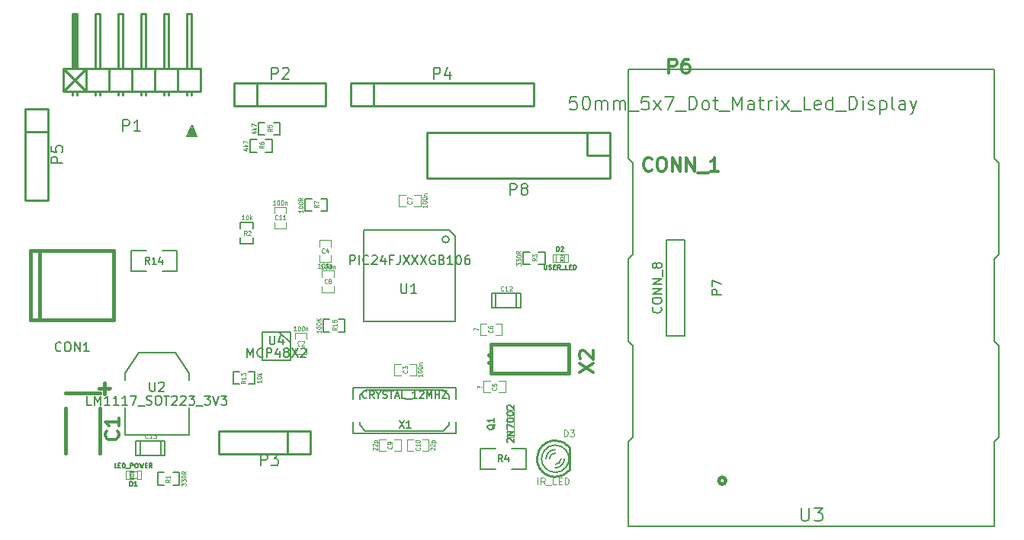
<source format=gto>
%FSLAX46Y46*%
G04 Gerber Fmt 4.6, Leading zero omitted, Abs format (unit mm)*
G04 Created by KiCad (PCBNEW (2014-08-02 BZR 5044)-product) date 13.08.2014 13:27:26*
%MOMM*%
G01*
G04 APERTURE LIST*
%ADD10C,0.150000*%
%ADD11C,0.200000*%
%ADD12C,0.119380*%
%ADD13C,0.203200*%
%ADD14C,0.127000*%
%ADD15C,0.381000*%
%ADD16C,0.066040*%
%ADD17C,0.101600*%
%ADD18C,0.254000*%
%ADD19C,0.152400*%
%ADD20C,0.114300*%
%ADD21C,0.088900*%
%ADD22C,0.304800*%
%ADD23C,0.129540*%
G04 APERTURE END LIST*
D10*
D11*
X32735000Y-20700000D02*
X33235000Y-21200000D01*
X32535000Y-20900000D02*
X32735000Y-20700000D01*
X32735000Y-20500000D02*
X32535000Y-20900000D01*
X32835000Y-20900000D02*
X32735000Y-20500000D01*
X32435000Y-20900000D02*
X32835000Y-20900000D01*
X32735000Y-20200000D02*
X32435000Y-20900000D01*
X33035000Y-21000000D02*
X32735000Y-20200000D01*
X32435000Y-21000000D02*
X33035000Y-21000000D01*
X32135000Y-21200000D02*
X32435000Y-21000000D01*
X33235000Y-21200000D02*
X32135000Y-21200000D01*
X32735000Y-19900000D02*
X33235000Y-21200000D01*
X32135000Y-21200000D02*
X32735000Y-19900000D01*
D12*
X48150240Y-33399620D02*
X48150240Y-32701120D01*
X48150240Y-34400380D02*
X48150240Y-35098880D01*
X46849760Y-33399620D02*
X46849760Y-32701120D01*
X46849760Y-35098880D02*
X46849760Y-34400380D01*
X46865000Y-32701120D02*
X48135000Y-32701120D01*
X48135000Y-35098880D02*
X46865000Y-35098880D01*
D13*
X61263720Y-32617280D02*
G75*
G03X61263720Y-32617280I-381000J0D01*
G74*
G01*
X51738720Y-41761280D02*
X61898720Y-41761280D01*
X61898720Y-41761280D02*
X61898720Y-32236280D01*
X61898720Y-32236280D02*
X61263720Y-31601280D01*
X61263720Y-31601280D02*
X51738720Y-31601280D01*
X51738720Y-31601280D02*
X51738720Y-41761280D01*
D10*
X87446000Y-32666000D02*
X87446000Y-43334000D01*
X87446000Y-43334000D02*
X85668000Y-43334000D01*
X85668000Y-43334000D02*
X85414000Y-43334000D01*
X85414000Y-43334000D02*
X85414000Y-32666000D01*
X85414000Y-32666000D02*
X87446000Y-32666000D01*
D14*
X68743000Y-40212800D02*
X68743000Y-38587200D01*
X66457000Y-38587200D02*
X66457000Y-40212800D01*
X65999800Y-38587200D02*
X65999800Y-40212800D01*
X65999800Y-40212800D02*
X69200200Y-40212800D01*
X69200200Y-40212800D02*
X69200200Y-38587200D01*
X69200200Y-38587200D02*
X65999800Y-38587200D01*
X29243000Y-56612800D02*
X29243000Y-54987200D01*
X26957000Y-54987200D02*
X26957000Y-56612800D01*
X26499800Y-54987200D02*
X26499800Y-56612800D01*
X26499800Y-56612800D02*
X29700200Y-56612800D01*
X29700200Y-56612800D02*
X29700200Y-54987200D01*
X29700200Y-54987200D02*
X26499800Y-54987200D01*
D15*
X15800820Y-33849360D02*
X15800820Y-41550640D01*
X14800060Y-33849360D02*
X14800060Y-41550640D01*
X14800060Y-41550640D02*
X23999940Y-41550640D01*
X23999940Y-41550640D02*
X23999940Y-33849360D01*
X23999940Y-33849360D02*
X14800060Y-33849360D01*
D16*
X25750420Y-59249580D02*
X25750420Y-58350420D01*
X25750420Y-58350420D02*
X25351640Y-58350420D01*
X25351640Y-59249580D02*
X25351640Y-58350420D01*
X25750420Y-59249580D02*
X25351640Y-59249580D01*
X27048360Y-59249580D02*
X27048360Y-58350420D01*
X27048360Y-58350420D02*
X26649580Y-58350420D01*
X26649580Y-59249580D02*
X26649580Y-58350420D01*
X27048360Y-59249580D02*
X26649580Y-59249580D01*
X26200000Y-59249580D02*
X26200000Y-59099720D01*
X26200000Y-59099720D02*
X25900280Y-59099720D01*
X25900280Y-59249580D02*
X25900280Y-59099720D01*
X26200000Y-59249580D02*
X25900280Y-59249580D01*
X26200000Y-58500280D02*
X26200000Y-58350420D01*
X26200000Y-58350420D02*
X25900280Y-58350420D01*
X25900280Y-58500280D02*
X25900280Y-58350420D01*
X26200000Y-58500280D02*
X25900280Y-58500280D01*
X26200000Y-58949860D02*
X26200000Y-58650140D01*
X26200000Y-58650140D02*
X25900280Y-58650140D01*
X25900280Y-58949860D02*
X25900280Y-58650140D01*
X26200000Y-58949860D02*
X25900280Y-58949860D01*
D17*
X25750420Y-59198780D02*
X26649580Y-59198780D01*
X25750420Y-58401220D02*
X26649580Y-58401220D01*
D16*
X74049580Y-34250420D02*
X74049580Y-35149580D01*
X74049580Y-35149580D02*
X74448360Y-35149580D01*
X74448360Y-34250420D02*
X74448360Y-35149580D01*
X74049580Y-34250420D02*
X74448360Y-34250420D01*
X72751640Y-34250420D02*
X72751640Y-35149580D01*
X72751640Y-35149580D02*
X73150420Y-35149580D01*
X73150420Y-34250420D02*
X73150420Y-35149580D01*
X72751640Y-34250420D02*
X73150420Y-34250420D01*
X73600000Y-34250420D02*
X73600000Y-34400280D01*
X73600000Y-34400280D02*
X73899720Y-34400280D01*
X73899720Y-34250420D02*
X73899720Y-34400280D01*
X73600000Y-34250420D02*
X73899720Y-34250420D01*
X73600000Y-34999720D02*
X73600000Y-35149580D01*
X73600000Y-35149580D02*
X73899720Y-35149580D01*
X73899720Y-34999720D02*
X73899720Y-35149580D01*
X73600000Y-34999720D02*
X73899720Y-34999720D01*
X73600000Y-34550140D02*
X73600000Y-34849860D01*
X73600000Y-34849860D02*
X73899720Y-34849860D01*
X73899720Y-34550140D02*
X73899720Y-34849860D01*
X73600000Y-34550140D02*
X73899720Y-34550140D01*
D17*
X74049580Y-34301220D02*
X73150420Y-34301220D01*
X74049580Y-35098780D02*
X73150420Y-35098780D01*
D18*
X74628800Y-58270000D02*
X74628800Y-55730000D01*
D19*
X71883136Y-56024473D02*
G75*
G03X71530000Y-57000000I1170864J-975527D01*
G74*
G01*
X71531889Y-57000469D02*
G75*
G03X71916080Y-58010920I1522111J469D01*
G74*
G01*
X74576147Y-56999966D02*
G75*
G03X74209700Y-56009400I-1522147J-34D01*
G74*
G01*
X74224864Y-57975527D02*
G75*
G03X74578000Y-57000000I-1170864J975527D01*
G74*
G01*
X74293166Y-56112845D02*
G75*
G03X73054000Y-55476000I-1239166J-887155D01*
G74*
G01*
X73053199Y-55476000D02*
G75*
G03X71834800Y-56085600I801J-1524000D01*
G74*
G01*
X73054442Y-58522206D02*
G75*
G03X74255420Y-57934720I-442J1522206D01*
G74*
G01*
X71851436Y-57936171D02*
G75*
G03X73054000Y-58524000I1202564J936171D01*
G74*
G01*
X73054000Y-56365000D02*
G75*
G03X72419000Y-57000000I0J-635000D01*
G74*
G01*
X73054000Y-55984000D02*
G75*
G03X72038000Y-57000000I0J-1016000D01*
G74*
G01*
X73054000Y-57635000D02*
G75*
G03X73689000Y-57000000I0J635000D01*
G74*
G01*
X73054000Y-58016000D02*
G75*
G03X74070000Y-57000000I0J1016000D01*
G74*
G01*
D18*
X74612880Y-55696574D02*
G75*
G03X73054000Y-54968000I-1558880J-1303426D01*
G74*
G01*
X73053025Y-54970540D02*
G75*
G03X71263300Y-56044960I975J-2029460D01*
G74*
G01*
X73056552Y-59029386D02*
G75*
G03X74603400Y-58310640I-2552J2029386D01*
G74*
G01*
X71290701Y-58009851D02*
G75*
G03X73054000Y-59032000I1763299J1009851D01*
G74*
G01*
X71264870Y-56036653D02*
G75*
G03X71022000Y-57000000I1789130J-963347D01*
G74*
G01*
X71023077Y-57000100D02*
G75*
G03X71324260Y-58064260I2030923J100D01*
G74*
G01*
X39960000Y-17770000D02*
X47580000Y-17770000D01*
X39960000Y-15230000D02*
X47580000Y-15230000D01*
X37420000Y-15230000D02*
X39960000Y-15230000D01*
X47580000Y-17770000D02*
X47580000Y-15230000D01*
X39960000Y-15230000D02*
X39960000Y-17770000D01*
X37420000Y-15230000D02*
X37420000Y-17770000D01*
X37420000Y-17770000D02*
X39960000Y-17770000D01*
X14230000Y-20660000D02*
X14230000Y-28280000D01*
X16770000Y-20660000D02*
X16770000Y-28280000D01*
X16770000Y-18120000D02*
X16770000Y-20660000D01*
X14230000Y-28280000D02*
X16770000Y-28280000D01*
X16770000Y-20660000D02*
X14230000Y-20660000D01*
X16770000Y-18120000D02*
X14230000Y-18120000D01*
X14230000Y-18120000D02*
X14230000Y-20660000D01*
X58840000Y-25840000D02*
X79160000Y-25840000D01*
X76620000Y-20760000D02*
X58840000Y-20760000D01*
X58840000Y-25840000D02*
X58840000Y-20760000D01*
X79160000Y-25840000D02*
X79160000Y-23300000D01*
X79160000Y-20760000D02*
X76620000Y-20760000D01*
X79160000Y-23300000D02*
X76620000Y-23300000D01*
X76620000Y-23300000D02*
X76620000Y-20760000D01*
X79160000Y-20760000D02*
X79160000Y-23300000D01*
D13*
X25244000Y-51324000D02*
X25244000Y-54372000D01*
X25244000Y-54372000D02*
X32356000Y-54372000D01*
X32356000Y-54372000D02*
X32356000Y-51324000D01*
X25244000Y-48276000D02*
X25244000Y-47514000D01*
X25244000Y-47514000D02*
X26768000Y-45228000D01*
X26768000Y-45228000D02*
X30832000Y-45228000D01*
X30832000Y-45228000D02*
X32356000Y-47514000D01*
X32356000Y-47514000D02*
X32356000Y-48276000D01*
D10*
X61253000Y-53251000D02*
X61253000Y-52870000D01*
X61253000Y-49949000D02*
X61253000Y-50330000D01*
X51347000Y-49949000D02*
X51347000Y-50330000D01*
X51347000Y-53251000D02*
X51347000Y-52870000D01*
X50585000Y-54140000D02*
X50585000Y-52870000D01*
X50585000Y-49060000D02*
X50585000Y-50330000D01*
X62015000Y-49060000D02*
X62015000Y-50330000D01*
X62015000Y-54140000D02*
X62015000Y-52870000D01*
X61253000Y-49949000D02*
X60618000Y-49314000D01*
X60618000Y-49314000D02*
X51982000Y-49314000D01*
X51982000Y-49314000D02*
X51347000Y-49949000D01*
X51347000Y-53251000D02*
X51982000Y-53886000D01*
X51982000Y-53886000D02*
X60618000Y-53886000D01*
X60618000Y-53886000D02*
X61253000Y-53251000D01*
X50585000Y-49060000D02*
X62015000Y-49060000D01*
X62015000Y-54140000D02*
X50585000Y-54140000D01*
D15*
X22499920Y-49698840D02*
X18700080Y-49698840D01*
X22499920Y-56399360D02*
X22499920Y-51400640D01*
X18700080Y-56396820D02*
X18700080Y-51398100D01*
X23503220Y-49195920D02*
X22403400Y-49195920D01*
X23002840Y-48596480D02*
X23002840Y-49795360D01*
D18*
X20920000Y-13636000D02*
X18380000Y-16176000D01*
X18380000Y-13636000D02*
X20920000Y-16176000D01*
X19523000Y-13509000D02*
X19523000Y-7667000D01*
X19523000Y-7667000D02*
X19777000Y-7667000D01*
X19777000Y-7667000D02*
X19777000Y-13509000D01*
X19777000Y-13509000D02*
X19650000Y-13509000D01*
X19650000Y-13509000D02*
X19650000Y-7667000D01*
X19396000Y-16176000D02*
X19396000Y-16557000D01*
X19904000Y-16176000D02*
X19904000Y-16557000D01*
X21936000Y-16176000D02*
X21936000Y-16557000D01*
X22444000Y-16176000D02*
X22444000Y-16557000D01*
X24476000Y-16176000D02*
X24476000Y-16557000D01*
X24984000Y-16176000D02*
X24984000Y-16557000D01*
X32604000Y-16176000D02*
X32604000Y-16557000D01*
X32096000Y-16176000D02*
X32096000Y-16557000D01*
X30064000Y-16176000D02*
X30064000Y-16557000D01*
X29556000Y-16176000D02*
X29556000Y-16557000D01*
X27524000Y-16176000D02*
X27524000Y-16557000D01*
X27016000Y-16176000D02*
X27016000Y-16557000D01*
X18380000Y-16176000D02*
X18380000Y-13636000D01*
X20920000Y-16176000D02*
X20920000Y-13636000D01*
X20920000Y-16176000D02*
X23460000Y-16176000D01*
X23460000Y-16176000D02*
X23460000Y-13636000D01*
X21936000Y-13636000D02*
X21936000Y-7540000D01*
X21936000Y-7540000D02*
X22444000Y-7540000D01*
X22444000Y-7540000D02*
X22444000Y-13636000D01*
X23460000Y-13636000D02*
X20920000Y-13636000D01*
X20920000Y-13636000D02*
X18380000Y-13636000D01*
X19904000Y-7540000D02*
X19904000Y-13636000D01*
X19396000Y-7540000D02*
X19904000Y-7540000D01*
X19396000Y-13636000D02*
X19396000Y-7540000D01*
X20920000Y-16176000D02*
X20920000Y-13636000D01*
X18380000Y-16176000D02*
X20920000Y-16176000D01*
X28540000Y-16176000D02*
X28540000Y-13636000D01*
X28540000Y-16176000D02*
X31080000Y-16176000D01*
X31080000Y-16176000D02*
X31080000Y-13636000D01*
X29556000Y-13636000D02*
X29556000Y-7540000D01*
X29556000Y-7540000D02*
X30064000Y-7540000D01*
X30064000Y-7540000D02*
X30064000Y-13636000D01*
X31080000Y-13636000D02*
X28540000Y-13636000D01*
X33620000Y-13636000D02*
X31080000Y-13636000D01*
X32604000Y-7540000D02*
X32604000Y-13636000D01*
X32096000Y-7540000D02*
X32604000Y-7540000D01*
X32096000Y-13636000D02*
X32096000Y-7540000D01*
X33620000Y-16176000D02*
X33620000Y-13636000D01*
X31080000Y-16176000D02*
X33620000Y-16176000D01*
X31080000Y-16176000D02*
X31080000Y-13636000D01*
X26000000Y-16176000D02*
X26000000Y-13636000D01*
X26000000Y-16176000D02*
X28540000Y-16176000D01*
X28540000Y-16176000D02*
X28540000Y-13636000D01*
X27016000Y-13636000D02*
X27016000Y-7540000D01*
X27016000Y-7540000D02*
X27524000Y-7540000D01*
X27524000Y-7540000D02*
X27524000Y-13636000D01*
X28540000Y-13636000D02*
X26000000Y-13636000D01*
X26000000Y-13636000D02*
X23460000Y-13636000D01*
X24984000Y-7540000D02*
X24984000Y-13636000D01*
X24476000Y-7540000D02*
X24984000Y-7540000D01*
X24476000Y-13636000D02*
X24476000Y-7540000D01*
X26000000Y-16176000D02*
X26000000Y-13636000D01*
X23460000Y-16176000D02*
X26000000Y-16176000D01*
X23460000Y-16176000D02*
X23460000Y-13636000D01*
D14*
X30600380Y-59898500D02*
X31306500Y-59898500D01*
X31306500Y-59898500D02*
X31306500Y-58501500D01*
X31306500Y-58501500D02*
X30600380Y-58501500D01*
X28893500Y-59898500D02*
X29599620Y-59898500D01*
X28893500Y-59898500D02*
X28893500Y-58501500D01*
X28893500Y-58501500D02*
X29599620Y-58501500D01*
X39498500Y-31399620D02*
X39498500Y-30693500D01*
X39498500Y-30693500D02*
X38101500Y-30693500D01*
X38101500Y-30693500D02*
X38101500Y-31399620D01*
X39498500Y-33106500D02*
X39498500Y-32400380D01*
X39498500Y-33106500D02*
X38101500Y-33106500D01*
X38101500Y-33106500D02*
X38101500Y-32400380D01*
X70199620Y-34001500D02*
X69493500Y-34001500D01*
X69493500Y-34001500D02*
X69493500Y-35398500D01*
X69493500Y-35398500D02*
X70199620Y-35398500D01*
X71906500Y-34001500D02*
X71200380Y-34001500D01*
X71906500Y-34001500D02*
X71906500Y-35398500D01*
X71906500Y-35398500D02*
X71200380Y-35398500D01*
X64760000Y-55857000D02*
X64760000Y-58143000D01*
X64760000Y-58143000D02*
X66411000Y-58143000D01*
X68189000Y-55857000D02*
X69840000Y-55857000D01*
X69840000Y-55857000D02*
X69840000Y-58143000D01*
X69840000Y-58143000D02*
X68189000Y-58143000D01*
X66411000Y-55857000D02*
X64760000Y-55857000D01*
X40799620Y-19601500D02*
X40093500Y-19601500D01*
X40093500Y-19601500D02*
X40093500Y-20998500D01*
X40093500Y-20998500D02*
X40799620Y-20998500D01*
X42506500Y-19601500D02*
X41800380Y-19601500D01*
X42506500Y-19601500D02*
X42506500Y-20998500D01*
X42506500Y-20998500D02*
X41800380Y-20998500D01*
X39899620Y-21501500D02*
X39193500Y-21501500D01*
X39193500Y-21501500D02*
X39193500Y-22898500D01*
X39193500Y-22898500D02*
X39899620Y-22898500D01*
X41606500Y-21501500D02*
X40900380Y-21501500D01*
X41606500Y-21501500D02*
X41606500Y-22898500D01*
X41606500Y-22898500D02*
X40900380Y-22898500D01*
X45999620Y-28101500D02*
X45293500Y-28101500D01*
X45293500Y-28101500D02*
X45293500Y-29498500D01*
X45293500Y-29498500D02*
X45999620Y-29498500D01*
X47706500Y-28101500D02*
X47000380Y-28101500D01*
X47706500Y-28101500D02*
X47706500Y-29498500D01*
X47706500Y-29498500D02*
X47000380Y-29498500D01*
D10*
X92102000Y-59450000D02*
G75*
G03X92102000Y-59450000I-508000J0D01*
G74*
G01*
X91848000Y-59450000D02*
G75*
G03X91848000Y-59450000I-254000J0D01*
G74*
G01*
X91953210Y-59450000D02*
G75*
G03X91953210Y-59450000I-359210J0D01*
G74*
G01*
X121820000Y-23636000D02*
X122328000Y-24144000D01*
X121820000Y-13730000D02*
X121820000Y-23636000D01*
X122328000Y-54624000D02*
X122074000Y-54878000D01*
X122328000Y-44464000D02*
X122328000Y-54624000D01*
X121820000Y-43956000D02*
X122328000Y-44464000D01*
X121820000Y-34812000D02*
X121820000Y-43956000D01*
X122328000Y-34304000D02*
X121820000Y-34812000D01*
X122328000Y-24144000D02*
X122328000Y-34304000D01*
X121820000Y-55132000D02*
X121820000Y-64530000D01*
X122074000Y-54878000D02*
X121820000Y-55132000D01*
X122074000Y-54878000D02*
X121820000Y-55132000D01*
X121820000Y-55132000D02*
X121820000Y-64530000D01*
X122328000Y-24144000D02*
X122328000Y-34304000D01*
X122328000Y-34304000D02*
X121820000Y-34812000D01*
X121820000Y-34812000D02*
X121820000Y-43956000D01*
X121820000Y-43956000D02*
X122328000Y-44464000D01*
X122328000Y-44464000D02*
X122328000Y-54624000D01*
X122328000Y-54624000D02*
X122074000Y-54878000D01*
X121820000Y-13730000D02*
X121820000Y-23636000D01*
X121820000Y-23636000D02*
X122328000Y-24144000D01*
X81180000Y-23636000D02*
X81688000Y-24144000D01*
X81180000Y-13730000D02*
X81180000Y-23636000D01*
X81688000Y-54624000D02*
X81434000Y-54878000D01*
X81688000Y-44464000D02*
X81688000Y-54624000D01*
X81180000Y-43956000D02*
X81688000Y-44464000D01*
X81180000Y-34812000D02*
X81180000Y-43956000D01*
X81688000Y-34304000D02*
X81180000Y-34812000D01*
X81688000Y-24144000D02*
X81688000Y-34304000D01*
X81180000Y-55132000D02*
X81180000Y-64530000D01*
X81434000Y-54878000D02*
X81180000Y-55132000D01*
X81434000Y-54878000D02*
X81180000Y-55132000D01*
X81180000Y-55132000D02*
X81180000Y-64530000D01*
X81688000Y-24144000D02*
X81688000Y-34304000D01*
X81688000Y-34304000D02*
X81180000Y-34812000D01*
X81180000Y-34812000D02*
X81180000Y-43956000D01*
X81180000Y-43956000D02*
X81688000Y-44464000D01*
X81688000Y-44464000D02*
X81688000Y-54624000D01*
X81688000Y-54624000D02*
X81434000Y-54878000D01*
X81180000Y-13730000D02*
X81180000Y-23636000D01*
X81180000Y-23636000D02*
X81688000Y-24144000D01*
X81180000Y-13730000D02*
X121820000Y-13730000D01*
X121820000Y-64530000D02*
X81180000Y-64530000D01*
D12*
X67719000Y-54624000D02*
X67719000Y-51576000D01*
X67719000Y-51576000D02*
X68481000Y-51576000D01*
X68481000Y-51576000D02*
X68481000Y-54624000D01*
X68481000Y-54624000D02*
X67719000Y-54624000D01*
X44149760Y-44700380D02*
X44149760Y-45398880D01*
X44149760Y-43699620D02*
X44149760Y-43001120D01*
X45450240Y-44700380D02*
X45450240Y-45398880D01*
X45450240Y-43001120D02*
X45450240Y-43699620D01*
X45435000Y-45398880D02*
X44165000Y-45398880D01*
X44165000Y-43001120D02*
X45435000Y-43001120D01*
X55899620Y-46449760D02*
X55201120Y-46449760D01*
X56900380Y-46449760D02*
X57598880Y-46449760D01*
X55899620Y-47750240D02*
X55201120Y-47750240D01*
X57598880Y-47750240D02*
X56900380Y-47750240D01*
X55201120Y-47735000D02*
X55201120Y-46465000D01*
X57598880Y-46465000D02*
X57598880Y-47735000D01*
X66800380Y-49650240D02*
X67498880Y-49650240D01*
X65799620Y-49650240D02*
X65101120Y-49650240D01*
X66800380Y-48349760D02*
X67498880Y-48349760D01*
X65101120Y-48349760D02*
X65799620Y-48349760D01*
X67498880Y-48365000D02*
X67498880Y-49635000D01*
X65101120Y-49635000D02*
X65101120Y-48365000D01*
X66400380Y-43250240D02*
X67098880Y-43250240D01*
X65399620Y-43250240D02*
X64701120Y-43250240D01*
X66400380Y-41949760D02*
X67098880Y-41949760D01*
X64701120Y-41949760D02*
X65399620Y-41949760D01*
X67098880Y-41965000D02*
X67098880Y-43235000D01*
X64701120Y-43235000D02*
X64701120Y-41965000D01*
X56399620Y-27649760D02*
X55701120Y-27649760D01*
X57400380Y-27649760D02*
X58098880Y-27649760D01*
X56399620Y-28950240D02*
X55701120Y-28950240D01*
X58098880Y-28950240D02*
X57400380Y-28950240D01*
X55701120Y-28935000D02*
X55701120Y-27665000D01*
X58098880Y-27665000D02*
X58098880Y-28935000D01*
X47149760Y-37800380D02*
X47149760Y-38498880D01*
X47149760Y-36799620D02*
X47149760Y-36101120D01*
X48450240Y-37800380D02*
X48450240Y-38498880D01*
X48450240Y-36101120D02*
X48450240Y-36799620D01*
X48435000Y-38498880D02*
X47165000Y-38498880D01*
X47165000Y-36101120D02*
X48435000Y-36101120D01*
X55200380Y-56150240D02*
X55898880Y-56150240D01*
X54199620Y-56150240D02*
X53501120Y-56150240D01*
X55200380Y-54849760D02*
X55898880Y-54849760D01*
X53501120Y-54849760D02*
X54199620Y-54849760D01*
X55898880Y-54865000D02*
X55898880Y-56135000D01*
X53501120Y-56135000D02*
X53501120Y-54865000D01*
X57299620Y-54849760D02*
X56601120Y-54849760D01*
X58300380Y-54849760D02*
X58998880Y-54849760D01*
X57299620Y-56150240D02*
X56601120Y-56150240D01*
X58998880Y-56150240D02*
X58300380Y-56150240D01*
X56601120Y-56135000D02*
X56601120Y-54865000D01*
X58998880Y-54865000D02*
X58998880Y-56135000D01*
X41849760Y-30700380D02*
X41849760Y-31398880D01*
X41849760Y-29699620D02*
X41849760Y-29001120D01*
X43150240Y-30700380D02*
X43150240Y-31398880D01*
X43150240Y-29001120D02*
X43150240Y-29699620D01*
X43135000Y-31398880D02*
X41865000Y-31398880D01*
X41865000Y-29001120D02*
X43135000Y-29001120D01*
D18*
X52880000Y-15230000D02*
X70660000Y-15230000D01*
X70660000Y-15230000D02*
X70660000Y-17770000D01*
X70660000Y-17770000D02*
X52880000Y-17770000D01*
X50340000Y-15230000D02*
X52880000Y-15230000D01*
X52880000Y-15230000D02*
X52880000Y-17770000D01*
X50340000Y-15230000D02*
X50340000Y-17770000D01*
X50340000Y-17770000D02*
X52880000Y-17770000D01*
D14*
X39000380Y-48698500D02*
X39706500Y-48698500D01*
X39706500Y-48698500D02*
X39706500Y-47301500D01*
X39706500Y-47301500D02*
X39000380Y-47301500D01*
X37293500Y-48698500D02*
X37999620Y-48698500D01*
X37293500Y-48698500D02*
X37293500Y-47301500D01*
X37293500Y-47301500D02*
X37999620Y-47301500D01*
D13*
X42417500Y-42912500D02*
X43687500Y-44119000D01*
X43687500Y-42912500D02*
X40512500Y-42912500D01*
X40512500Y-42912500D02*
X40512500Y-46087500D01*
X40512500Y-46087500D02*
X43687500Y-46087500D01*
X43687500Y-46087500D02*
X43687500Y-42912500D01*
D18*
X43340000Y-53930000D02*
X35720000Y-53930000D01*
X43340000Y-56470000D02*
X35720000Y-56470000D01*
X45880000Y-56470000D02*
X43340000Y-56470000D01*
X35720000Y-53930000D02*
X35720000Y-56470000D01*
X43340000Y-56470000D02*
X43340000Y-53930000D01*
X45880000Y-56470000D02*
X45880000Y-53930000D01*
X45880000Y-53930000D02*
X43340000Y-53930000D01*
D14*
X31040000Y-36143000D02*
X31040000Y-33857000D01*
X31040000Y-33857000D02*
X29389000Y-33857000D01*
X27611000Y-36143000D02*
X25960000Y-36143000D01*
X25960000Y-36143000D02*
X25960000Y-33857000D01*
X25960000Y-33857000D02*
X27611000Y-33857000D01*
X29389000Y-36143000D02*
X31040000Y-36143000D01*
X47999620Y-41501500D02*
X47293500Y-41501500D01*
X47293500Y-41501500D02*
X47293500Y-42898500D01*
X47293500Y-42898500D02*
X47999620Y-42898500D01*
X49706500Y-41501500D02*
X49000380Y-41501500D01*
X49706500Y-41501500D02*
X49706500Y-42898500D01*
X49706500Y-42898500D02*
X49000380Y-42898500D01*
D15*
X65949680Y-47500200D02*
X74550120Y-47500200D01*
X74550120Y-47500200D02*
X74550120Y-44299800D01*
X74550120Y-44299800D02*
X65949680Y-44299800D01*
X65949680Y-45049100D02*
X65949680Y-44299800D01*
X65949680Y-46799160D02*
X65949680Y-47500200D01*
X65949680Y-45600280D02*
X65649960Y-45501220D01*
X65949680Y-46199720D02*
X65649960Y-46298780D01*
X65949680Y-46799160D02*
X65949680Y-45000840D01*
D20*
X47423800Y-34081429D02*
X47402029Y-34105619D01*
X47336715Y-34129810D01*
X47293172Y-34129810D01*
X47227857Y-34105619D01*
X47184315Y-34057238D01*
X47162543Y-34008857D01*
X47140772Y-33912095D01*
X47140772Y-33839524D01*
X47162543Y-33742762D01*
X47184315Y-33694381D01*
X47227857Y-33646000D01*
X47293172Y-33621810D01*
X47336715Y-33621810D01*
X47402029Y-33646000D01*
X47423800Y-33670190D01*
X47815686Y-33791143D02*
X47815686Y-34129810D01*
X47706829Y-33597619D02*
X47597972Y-33960476D01*
X47881000Y-33960476D01*
X46988371Y-35780810D02*
X46727114Y-35780810D01*
X46857742Y-35780810D02*
X46857742Y-35272810D01*
X46814199Y-35345381D01*
X46770657Y-35393762D01*
X46727114Y-35417952D01*
X47271400Y-35272810D02*
X47314943Y-35272810D01*
X47358486Y-35297000D01*
X47380257Y-35321190D01*
X47402028Y-35369571D01*
X47423800Y-35466333D01*
X47423800Y-35587286D01*
X47402028Y-35684048D01*
X47380257Y-35732429D01*
X47358486Y-35756619D01*
X47314943Y-35780810D01*
X47271400Y-35780810D01*
X47227857Y-35756619D01*
X47206086Y-35732429D01*
X47184314Y-35684048D01*
X47162543Y-35587286D01*
X47162543Y-35466333D01*
X47184314Y-35369571D01*
X47206086Y-35321190D01*
X47227857Y-35297000D01*
X47271400Y-35272810D01*
X47706829Y-35272810D02*
X47750372Y-35272810D01*
X47793915Y-35297000D01*
X47815686Y-35321190D01*
X47837457Y-35369571D01*
X47859229Y-35466333D01*
X47859229Y-35587286D01*
X47837457Y-35684048D01*
X47815686Y-35732429D01*
X47793915Y-35756619D01*
X47750372Y-35780810D01*
X47706829Y-35780810D01*
X47663286Y-35756619D01*
X47641515Y-35732429D01*
X47619743Y-35684048D01*
X47597972Y-35587286D01*
X47597972Y-35466333D01*
X47619743Y-35369571D01*
X47641515Y-35321190D01*
X47663286Y-35297000D01*
X47706829Y-35272810D01*
X48055172Y-35442143D02*
X48055172Y-35780810D01*
X48055172Y-35490524D02*
X48076944Y-35466333D01*
X48120486Y-35442143D01*
X48185801Y-35442143D01*
X48229344Y-35466333D01*
X48251115Y-35514714D01*
X48251115Y-35780810D01*
D14*
X55935042Y-37521718D02*
X55935042Y-38412048D01*
X55987414Y-38516793D01*
X56039787Y-38569165D01*
X56144531Y-38621538D01*
X56354021Y-38621538D01*
X56458766Y-38569165D01*
X56511138Y-38516793D01*
X56563510Y-38412048D01*
X56563510Y-37521718D01*
X57663330Y-38621538D02*
X57034862Y-38621538D01*
X57349096Y-38621538D02*
X57349096Y-37521718D01*
X57244351Y-37678835D01*
X57139606Y-37783580D01*
X57034862Y-37835952D01*
D19*
X50275921Y-35401725D02*
X50275921Y-34400965D01*
X50657163Y-34400965D01*
X50752474Y-34448620D01*
X50800129Y-34496275D01*
X50847784Y-34591586D01*
X50847784Y-34734551D01*
X50800129Y-34829862D01*
X50752474Y-34877517D01*
X50657163Y-34925172D01*
X50275921Y-34925172D01*
X51276681Y-35401725D02*
X51276681Y-34400965D01*
X52325096Y-35306414D02*
X52277441Y-35354070D01*
X52134475Y-35401725D01*
X52039165Y-35401725D01*
X51896199Y-35354070D01*
X51800888Y-35258759D01*
X51753233Y-35163449D01*
X51705578Y-34972828D01*
X51705578Y-34829862D01*
X51753233Y-34639241D01*
X51800888Y-34543930D01*
X51896199Y-34448620D01*
X52039165Y-34400965D01*
X52134475Y-34400965D01*
X52277441Y-34448620D01*
X52325096Y-34496275D01*
X52706338Y-34496275D02*
X52753993Y-34448620D01*
X52849304Y-34400965D01*
X53087580Y-34400965D01*
X53182890Y-34448620D01*
X53230546Y-34496275D01*
X53278201Y-34591586D01*
X53278201Y-34686896D01*
X53230546Y-34829862D01*
X52658683Y-35401725D01*
X53278201Y-35401725D01*
X54135995Y-34734551D02*
X54135995Y-35401725D01*
X53897719Y-34353310D02*
X53659443Y-35068138D01*
X54278961Y-35068138D01*
X54993790Y-34877517D02*
X54660203Y-34877517D01*
X54660203Y-35401725D02*
X54660203Y-34400965D01*
X55136756Y-34400965D01*
X55803929Y-34400965D02*
X55803929Y-35115793D01*
X55756273Y-35258759D01*
X55660963Y-35354070D01*
X55517997Y-35401725D01*
X55422687Y-35401725D01*
X56185171Y-34400965D02*
X56852344Y-35401725D01*
X56852344Y-34400965D02*
X56185171Y-35401725D01*
X57138276Y-34400965D02*
X57805449Y-35401725D01*
X57805449Y-34400965D02*
X57138276Y-35401725D01*
X58091381Y-34400965D02*
X58758554Y-35401725D01*
X58758554Y-34400965D02*
X58091381Y-35401725D01*
X59664004Y-34448620D02*
X59568693Y-34400965D01*
X59425728Y-34400965D01*
X59282762Y-34448620D01*
X59187451Y-34543930D01*
X59139796Y-34639241D01*
X59092141Y-34829862D01*
X59092141Y-34972828D01*
X59139796Y-35163449D01*
X59187451Y-35258759D01*
X59282762Y-35354070D01*
X59425728Y-35401725D01*
X59521038Y-35401725D01*
X59664004Y-35354070D01*
X59711659Y-35306414D01*
X59711659Y-34972828D01*
X59521038Y-34972828D01*
X60474143Y-34877517D02*
X60617109Y-34925172D01*
X60664764Y-34972828D01*
X60712419Y-35068138D01*
X60712419Y-35211104D01*
X60664764Y-35306414D01*
X60617109Y-35354070D01*
X60521798Y-35401725D01*
X60140556Y-35401725D01*
X60140556Y-34400965D01*
X60474143Y-34400965D01*
X60569453Y-34448620D01*
X60617109Y-34496275D01*
X60664764Y-34591586D01*
X60664764Y-34686896D01*
X60617109Y-34782207D01*
X60569453Y-34829862D01*
X60474143Y-34877517D01*
X60140556Y-34877517D01*
X61665524Y-35401725D02*
X61093661Y-35401725D01*
X61379592Y-35401725D02*
X61379592Y-34400965D01*
X61284282Y-34543930D01*
X61188971Y-34639241D01*
X61093661Y-34686896D01*
X62285042Y-34400965D02*
X62380353Y-34400965D01*
X62475663Y-34448620D01*
X62523318Y-34496275D01*
X62570974Y-34591586D01*
X62618629Y-34782207D01*
X62618629Y-35020483D01*
X62570974Y-35211104D01*
X62523318Y-35306414D01*
X62475663Y-35354070D01*
X62380353Y-35401725D01*
X62285042Y-35401725D01*
X62189732Y-35354070D01*
X62142076Y-35306414D01*
X62094421Y-35211104D01*
X62046766Y-35020483D01*
X62046766Y-34782207D01*
X62094421Y-34591586D01*
X62142076Y-34496275D01*
X62189732Y-34448620D01*
X62285042Y-34400965D01*
X63476423Y-34400965D02*
X63285802Y-34400965D01*
X63190492Y-34448620D01*
X63142837Y-34496275D01*
X63047526Y-34639241D01*
X62999871Y-34829862D01*
X62999871Y-35211104D01*
X63047526Y-35306414D01*
X63095181Y-35354070D01*
X63190492Y-35401725D01*
X63381113Y-35401725D01*
X63476423Y-35354070D01*
X63524079Y-35306414D01*
X63571734Y-35211104D01*
X63571734Y-34972828D01*
X63524079Y-34877517D01*
X63476423Y-34829862D01*
X63381113Y-34782207D01*
X63190492Y-34782207D01*
X63095181Y-34829862D01*
X63047526Y-34877517D01*
X62999871Y-34972828D01*
D13*
X91461619Y-38749904D02*
X90445619Y-38749904D01*
X90445619Y-38362857D01*
X90494000Y-38266095D01*
X90542381Y-38217714D01*
X90639143Y-38169333D01*
X90784286Y-38169333D01*
X90881048Y-38217714D01*
X90929429Y-38266095D01*
X90977810Y-38362857D01*
X90977810Y-38749904D01*
X90445619Y-37830666D02*
X90445619Y-37153333D01*
X91461619Y-37588761D01*
X84760857Y-40152952D02*
X84809238Y-40201333D01*
X84857619Y-40346476D01*
X84857619Y-40443238D01*
X84809238Y-40588380D01*
X84712476Y-40685142D01*
X84615714Y-40733523D01*
X84422190Y-40781904D01*
X84277048Y-40781904D01*
X84083524Y-40733523D01*
X83986762Y-40685142D01*
X83890000Y-40588380D01*
X83841619Y-40443238D01*
X83841619Y-40346476D01*
X83890000Y-40201333D01*
X83938381Y-40152952D01*
X83841619Y-39523999D02*
X83841619Y-39330476D01*
X83890000Y-39233714D01*
X83986762Y-39136952D01*
X84180286Y-39088571D01*
X84518952Y-39088571D01*
X84712476Y-39136952D01*
X84809238Y-39233714D01*
X84857619Y-39330476D01*
X84857619Y-39523999D01*
X84809238Y-39620761D01*
X84712476Y-39717523D01*
X84518952Y-39765904D01*
X84180286Y-39765904D01*
X83986762Y-39717523D01*
X83890000Y-39620761D01*
X83841619Y-39523999D01*
X84857619Y-38653142D02*
X83841619Y-38653142D01*
X84857619Y-38072571D01*
X83841619Y-38072571D01*
X84857619Y-37588761D02*
X83841619Y-37588761D01*
X84857619Y-37008190D01*
X83841619Y-37008190D01*
X84954381Y-36766285D02*
X84954381Y-35992190D01*
X84277048Y-35605142D02*
X84228667Y-35701904D01*
X84180286Y-35750285D01*
X84083524Y-35798666D01*
X84035143Y-35798666D01*
X83938381Y-35750285D01*
X83890000Y-35701904D01*
X83841619Y-35605142D01*
X83841619Y-35411619D01*
X83890000Y-35314857D01*
X83938381Y-35266476D01*
X84035143Y-35218095D01*
X84083524Y-35218095D01*
X84180286Y-35266476D01*
X84228667Y-35314857D01*
X84277048Y-35411619D01*
X84277048Y-35605142D01*
X84325429Y-35701904D01*
X84373810Y-35750285D01*
X84470571Y-35798666D01*
X84664095Y-35798666D01*
X84760857Y-35750285D01*
X84809238Y-35701904D01*
X84857619Y-35605142D01*
X84857619Y-35411619D01*
X84809238Y-35314857D01*
X84760857Y-35266476D01*
X84664095Y-35218095D01*
X84470571Y-35218095D01*
X84373810Y-35266476D01*
X84325429Y-35314857D01*
X84277048Y-35411619D01*
D12*
X67303728Y-38283307D02*
X67279900Y-38307135D01*
X67208417Y-38330962D01*
X67160762Y-38330962D01*
X67089279Y-38307135D01*
X67041624Y-38259480D01*
X67017796Y-38211824D01*
X66993968Y-38116514D01*
X66993968Y-38045031D01*
X67017796Y-37949720D01*
X67041624Y-37902065D01*
X67089279Y-37854410D01*
X67160762Y-37830582D01*
X67208417Y-37830582D01*
X67279900Y-37854410D01*
X67303728Y-37878238D01*
X67780280Y-38330962D02*
X67494348Y-38330962D01*
X67637314Y-38330962D02*
X67637314Y-37830582D01*
X67589659Y-37902065D01*
X67542004Y-37949720D01*
X67494348Y-37973548D01*
X67970900Y-37878238D02*
X67994728Y-37854410D01*
X68042383Y-37830582D01*
X68161521Y-37830582D01*
X68209177Y-37854410D01*
X68233004Y-37878238D01*
X68256832Y-37925893D01*
X68256832Y-37973548D01*
X68233004Y-38045031D01*
X67947073Y-38330962D01*
X68256832Y-38330962D01*
X27803728Y-54683307D02*
X27779900Y-54707135D01*
X27708417Y-54730962D01*
X27660762Y-54730962D01*
X27589279Y-54707135D01*
X27541624Y-54659480D01*
X27517796Y-54611824D01*
X27493968Y-54516514D01*
X27493968Y-54445031D01*
X27517796Y-54349720D01*
X27541624Y-54302065D01*
X27589279Y-54254410D01*
X27660762Y-54230582D01*
X27708417Y-54230582D01*
X27779900Y-54254410D01*
X27803728Y-54278238D01*
X28280280Y-54730962D02*
X27994348Y-54730962D01*
X28137314Y-54730962D02*
X28137314Y-54230582D01*
X28089659Y-54302065D01*
X28042004Y-54349720D01*
X27994348Y-54373548D01*
X28447073Y-54230582D02*
X28756832Y-54230582D01*
X28590039Y-54421203D01*
X28661521Y-54421203D01*
X28709177Y-54445031D01*
X28733004Y-54468859D01*
X28756832Y-54516514D01*
X28756832Y-54635652D01*
X28733004Y-54683307D01*
X28709177Y-54707135D01*
X28661521Y-54730962D01*
X28518556Y-54730962D01*
X28470900Y-54707135D01*
X28447073Y-54683307D01*
D13*
X18166286Y-44964037D02*
X18117905Y-45012418D01*
X17972762Y-45060799D01*
X17876000Y-45060799D01*
X17730858Y-45012418D01*
X17634096Y-44915656D01*
X17585715Y-44818894D01*
X17537334Y-44625370D01*
X17537334Y-44480228D01*
X17585715Y-44286704D01*
X17634096Y-44189942D01*
X17730858Y-44093180D01*
X17876000Y-44044799D01*
X17972762Y-44044799D01*
X18117905Y-44093180D01*
X18166286Y-44141561D01*
X18795239Y-44044799D02*
X18988762Y-44044799D01*
X19085524Y-44093180D01*
X19182286Y-44189942D01*
X19230667Y-44383466D01*
X19230667Y-44722132D01*
X19182286Y-44915656D01*
X19085524Y-45012418D01*
X18988762Y-45060799D01*
X18795239Y-45060799D01*
X18698477Y-45012418D01*
X18601715Y-44915656D01*
X18553334Y-44722132D01*
X18553334Y-44383466D01*
X18601715Y-44189942D01*
X18698477Y-44093180D01*
X18795239Y-44044799D01*
X19666096Y-45060799D02*
X19666096Y-44044799D01*
X20246667Y-45060799D01*
X20246667Y-44044799D01*
X21262667Y-45060799D02*
X20682096Y-45060799D01*
X20972382Y-45060799D02*
X20972382Y-44044799D01*
X20875620Y-44189942D01*
X20778858Y-44286704D01*
X20682096Y-44335085D01*
D14*
X25825047Y-60045810D02*
X25825047Y-59537810D01*
X25946000Y-59537810D01*
X26018571Y-59562000D01*
X26066952Y-59610381D01*
X26091143Y-59658762D01*
X26115333Y-59755524D01*
X26115333Y-59828095D01*
X26091143Y-59924857D01*
X26066952Y-59973238D01*
X26018571Y-60021619D01*
X25946000Y-60045810D01*
X25825047Y-60045810D01*
X26599143Y-60045810D02*
X26308857Y-60045810D01*
X26454000Y-60045810D02*
X26454000Y-59537810D01*
X26405619Y-59610381D01*
X26357238Y-59658762D01*
X26308857Y-59682952D01*
X24385715Y-58013810D02*
X24143810Y-58013810D01*
X24143810Y-57505810D01*
X24555048Y-57747714D02*
X24724382Y-57747714D01*
X24796953Y-58013810D02*
X24555048Y-58013810D01*
X24555048Y-57505810D01*
X24796953Y-57505810D01*
X25014667Y-58013810D02*
X25014667Y-57505810D01*
X25135620Y-57505810D01*
X25208191Y-57530000D01*
X25256572Y-57578381D01*
X25280763Y-57626762D01*
X25304953Y-57723524D01*
X25304953Y-57796095D01*
X25280763Y-57892857D01*
X25256572Y-57941238D01*
X25208191Y-57989619D01*
X25135620Y-58013810D01*
X25014667Y-58013810D01*
X25401715Y-58062190D02*
X25788763Y-58062190D01*
X25909715Y-58013810D02*
X25909715Y-57505810D01*
X26103239Y-57505810D01*
X26151620Y-57530000D01*
X26175811Y-57554190D01*
X26200001Y-57602571D01*
X26200001Y-57675143D01*
X26175811Y-57723524D01*
X26151620Y-57747714D01*
X26103239Y-57771905D01*
X25909715Y-57771905D01*
X26514477Y-57505810D02*
X26611239Y-57505810D01*
X26659620Y-57530000D01*
X26708001Y-57578381D01*
X26732192Y-57675143D01*
X26732192Y-57844476D01*
X26708001Y-57941238D01*
X26659620Y-57989619D01*
X26611239Y-58013810D01*
X26514477Y-58013810D01*
X26466096Y-57989619D01*
X26417715Y-57941238D01*
X26393525Y-57844476D01*
X26393525Y-57675143D01*
X26417715Y-57578381D01*
X26466096Y-57530000D01*
X26514477Y-57505810D01*
X26901524Y-57505810D02*
X27022477Y-58013810D01*
X27119239Y-57650952D01*
X27216001Y-58013810D01*
X27336953Y-57505810D01*
X27530476Y-57747714D02*
X27699810Y-57747714D01*
X27772381Y-58013810D02*
X27530476Y-58013810D01*
X27530476Y-57505810D01*
X27772381Y-57505810D01*
X28280381Y-58013810D02*
X28111048Y-57771905D01*
X27990095Y-58013810D02*
X27990095Y-57505810D01*
X28183619Y-57505810D01*
X28232000Y-57530000D01*
X28256191Y-57554190D01*
X28280381Y-57602571D01*
X28280381Y-57675143D01*
X28256191Y-57723524D01*
X28232000Y-57747714D01*
X28183619Y-57771905D01*
X27990095Y-57771905D01*
X73225047Y-33913810D02*
X73225047Y-33405810D01*
X73346000Y-33405810D01*
X73418571Y-33430000D01*
X73466952Y-33478381D01*
X73491143Y-33526762D01*
X73515333Y-33623524D01*
X73515333Y-33696095D01*
X73491143Y-33792857D01*
X73466952Y-33841238D01*
X73418571Y-33889619D01*
X73346000Y-33913810D01*
X73225047Y-33913810D01*
X73708857Y-33454190D02*
X73733047Y-33430000D01*
X73781428Y-33405810D01*
X73902381Y-33405810D01*
X73950762Y-33430000D01*
X73974952Y-33454190D01*
X73999143Y-33502571D01*
X73999143Y-33550952D01*
X73974952Y-33623524D01*
X73684666Y-33913810D01*
X73999143Y-33913810D01*
X71846190Y-35437810D02*
X71846190Y-35849048D01*
X71870381Y-35897429D01*
X71894571Y-35921619D01*
X71942952Y-35945810D01*
X72039714Y-35945810D01*
X72088095Y-35921619D01*
X72112286Y-35897429D01*
X72136476Y-35849048D01*
X72136476Y-35437810D01*
X72354190Y-35921619D02*
X72426761Y-35945810D01*
X72547714Y-35945810D01*
X72596095Y-35921619D01*
X72620285Y-35897429D01*
X72644476Y-35849048D01*
X72644476Y-35800667D01*
X72620285Y-35752286D01*
X72596095Y-35728095D01*
X72547714Y-35703905D01*
X72450952Y-35679714D01*
X72402571Y-35655524D01*
X72378380Y-35631333D01*
X72354190Y-35582952D01*
X72354190Y-35534571D01*
X72378380Y-35486190D01*
X72402571Y-35462000D01*
X72450952Y-35437810D01*
X72571904Y-35437810D01*
X72644476Y-35462000D01*
X72862190Y-35679714D02*
X73031524Y-35679714D01*
X73104095Y-35945810D02*
X72862190Y-35945810D01*
X72862190Y-35437810D01*
X73104095Y-35437810D01*
X73612095Y-35945810D02*
X73442762Y-35703905D01*
X73321809Y-35945810D02*
X73321809Y-35437810D01*
X73515333Y-35437810D01*
X73563714Y-35462000D01*
X73587905Y-35486190D01*
X73612095Y-35534571D01*
X73612095Y-35607143D01*
X73587905Y-35655524D01*
X73563714Y-35679714D01*
X73515333Y-35703905D01*
X73321809Y-35703905D01*
X73708857Y-35994190D02*
X74095905Y-35994190D01*
X74458762Y-35945810D02*
X74216857Y-35945810D01*
X74216857Y-35437810D01*
X74628095Y-35679714D02*
X74797429Y-35679714D01*
X74870000Y-35945810D02*
X74628095Y-35945810D01*
X74628095Y-35437810D01*
X74870000Y-35437810D01*
X75087714Y-35945810D02*
X75087714Y-35437810D01*
X75208667Y-35437810D01*
X75281238Y-35462000D01*
X75329619Y-35510381D01*
X75353810Y-35558762D01*
X75378000Y-35655524D01*
X75378000Y-35728095D01*
X75353810Y-35824857D01*
X75329619Y-35873238D01*
X75281238Y-35921619D01*
X75208667Y-35945810D01*
X75087714Y-35945810D01*
D21*
X74015572Y-54550714D02*
X74015572Y-53788714D01*
X74197000Y-53788714D01*
X74305857Y-53825000D01*
X74378429Y-53897571D01*
X74414714Y-53970143D01*
X74451000Y-54115286D01*
X74451000Y-54224143D01*
X74414714Y-54369286D01*
X74378429Y-54441857D01*
X74305857Y-54514429D01*
X74197000Y-54550714D01*
X74015572Y-54550714D01*
X74705000Y-53788714D02*
X75176714Y-53788714D01*
X74922714Y-54079000D01*
X75031572Y-54079000D01*
X75104143Y-54115286D01*
X75140429Y-54151571D01*
X75176714Y-54224143D01*
X75176714Y-54405571D01*
X75140429Y-54478143D01*
X75104143Y-54514429D01*
X75031572Y-54550714D01*
X74813857Y-54550714D01*
X74741286Y-54514429D01*
X74705000Y-54478143D01*
X71094572Y-59884714D02*
X71094572Y-59122714D01*
X71892857Y-59884714D02*
X71638857Y-59521857D01*
X71457429Y-59884714D02*
X71457429Y-59122714D01*
X71747714Y-59122714D01*
X71820286Y-59159000D01*
X71856571Y-59195286D01*
X71892857Y-59267857D01*
X71892857Y-59376714D01*
X71856571Y-59449286D01*
X71820286Y-59485571D01*
X71747714Y-59521857D01*
X71457429Y-59521857D01*
X72038000Y-59957286D02*
X72618571Y-59957286D01*
X73162857Y-59884714D02*
X72800000Y-59884714D01*
X72800000Y-59122714D01*
X73416857Y-59485571D02*
X73670857Y-59485571D01*
X73779714Y-59884714D02*
X73416857Y-59884714D01*
X73416857Y-59122714D01*
X73779714Y-59122714D01*
X74106286Y-59884714D02*
X74106286Y-59122714D01*
X74287714Y-59122714D01*
X74396571Y-59159000D01*
X74469143Y-59231571D01*
X74505428Y-59304143D01*
X74541714Y-59449286D01*
X74541714Y-59558143D01*
X74505428Y-59703286D01*
X74469143Y-59775857D01*
X74396571Y-59848429D01*
X74287714Y-59884714D01*
X74106286Y-59884714D01*
D13*
X41562619Y-14788524D02*
X41562619Y-13518524D01*
X42046428Y-13518524D01*
X42167381Y-13579000D01*
X42227857Y-13639476D01*
X42288333Y-13760429D01*
X42288333Y-13941857D01*
X42227857Y-14062810D01*
X42167381Y-14123286D01*
X42046428Y-14183762D01*
X41562619Y-14183762D01*
X42772143Y-13639476D02*
X42832619Y-13579000D01*
X42953571Y-13518524D01*
X43255952Y-13518524D01*
X43376905Y-13579000D01*
X43437381Y-13639476D01*
X43497857Y-13760429D01*
X43497857Y-13881381D01*
X43437381Y-14062810D01*
X42711667Y-14788524D01*
X43497857Y-14788524D01*
X18360524Y-24137381D02*
X17090524Y-24137381D01*
X17090524Y-23653572D01*
X17151000Y-23532619D01*
X17211476Y-23472143D01*
X17332429Y-23411667D01*
X17513857Y-23411667D01*
X17634810Y-23472143D01*
X17695286Y-23532619D01*
X17755762Y-23653572D01*
X17755762Y-24137381D01*
X17090524Y-22262619D02*
X17090524Y-22867381D01*
X17695286Y-22927857D01*
X17634810Y-22867381D01*
X17574333Y-22746429D01*
X17574333Y-22444048D01*
X17634810Y-22323095D01*
X17695286Y-22262619D01*
X17816238Y-22202143D01*
X18118619Y-22202143D01*
X18239571Y-22262619D01*
X18300048Y-22323095D01*
X18360524Y-22444048D01*
X18360524Y-22746429D01*
X18300048Y-22867381D01*
X18239571Y-22927857D01*
X68062619Y-27684524D02*
X68062619Y-26414524D01*
X68546428Y-26414524D01*
X68667381Y-26475000D01*
X68727857Y-26535476D01*
X68788333Y-26656429D01*
X68788333Y-26837857D01*
X68727857Y-26958810D01*
X68667381Y-27019286D01*
X68546428Y-27079762D01*
X68062619Y-27079762D01*
X69514048Y-26958810D02*
X69393095Y-26898333D01*
X69332619Y-26837857D01*
X69272143Y-26716905D01*
X69272143Y-26656429D01*
X69332619Y-26535476D01*
X69393095Y-26475000D01*
X69514048Y-26414524D01*
X69755952Y-26414524D01*
X69876905Y-26475000D01*
X69937381Y-26535476D01*
X69997857Y-26656429D01*
X69997857Y-26716905D01*
X69937381Y-26837857D01*
X69876905Y-26898333D01*
X69755952Y-26958810D01*
X69514048Y-26958810D01*
X69393095Y-27019286D01*
X69332619Y-27079762D01*
X69272143Y-27200714D01*
X69272143Y-27442619D01*
X69332619Y-27563571D01*
X69393095Y-27624048D01*
X69514048Y-27684524D01*
X69755952Y-27684524D01*
X69876905Y-27624048D01*
X69937381Y-27563571D01*
X69997857Y-27442619D01*
X69997857Y-27200714D01*
X69937381Y-27079762D01*
X69876905Y-27019286D01*
X69755952Y-26958810D01*
X28025905Y-48481619D02*
X28025905Y-49304095D01*
X28074286Y-49400857D01*
X28122667Y-49449238D01*
X28219429Y-49497619D01*
X28412952Y-49497619D01*
X28509714Y-49449238D01*
X28558095Y-49400857D01*
X28606476Y-49304095D01*
X28606476Y-48481619D01*
X29041905Y-48578381D02*
X29090286Y-48530000D01*
X29187048Y-48481619D01*
X29428952Y-48481619D01*
X29525714Y-48530000D01*
X29574095Y-48578381D01*
X29622476Y-48675143D01*
X29622476Y-48771905D01*
X29574095Y-48917048D01*
X28993524Y-49497619D01*
X29622476Y-49497619D01*
X21567048Y-51021619D02*
X21083239Y-51021619D01*
X21083239Y-50005619D01*
X21905715Y-51021619D02*
X21905715Y-50005619D01*
X22244381Y-50731333D01*
X22583048Y-50005619D01*
X22583048Y-51021619D01*
X23599048Y-51021619D02*
X23018477Y-51021619D01*
X23308763Y-51021619D02*
X23308763Y-50005619D01*
X23212001Y-50150762D01*
X23115239Y-50247524D01*
X23018477Y-50295905D01*
X24566667Y-51021619D02*
X23986096Y-51021619D01*
X24276382Y-51021619D02*
X24276382Y-50005619D01*
X24179620Y-50150762D01*
X24082858Y-50247524D01*
X23986096Y-50295905D01*
X25534286Y-51021619D02*
X24953715Y-51021619D01*
X25244001Y-51021619D02*
X25244001Y-50005619D01*
X25147239Y-50150762D01*
X25050477Y-50247524D01*
X24953715Y-50295905D01*
X25872953Y-50005619D02*
X26550286Y-50005619D01*
X26114858Y-51021619D01*
X26695429Y-51118381D02*
X27469524Y-51118381D01*
X27663048Y-50973238D02*
X27808191Y-51021619D01*
X28050095Y-51021619D01*
X28146857Y-50973238D01*
X28195238Y-50924857D01*
X28243619Y-50828095D01*
X28243619Y-50731333D01*
X28195238Y-50634571D01*
X28146857Y-50586190D01*
X28050095Y-50537810D01*
X27856572Y-50489429D01*
X27759810Y-50441048D01*
X27711429Y-50392667D01*
X27663048Y-50295905D01*
X27663048Y-50199143D01*
X27711429Y-50102381D01*
X27759810Y-50054000D01*
X27856572Y-50005619D01*
X28098476Y-50005619D01*
X28243619Y-50054000D01*
X28872572Y-50005619D02*
X29066095Y-50005619D01*
X29162857Y-50054000D01*
X29259619Y-50150762D01*
X29308000Y-50344286D01*
X29308000Y-50682952D01*
X29259619Y-50876476D01*
X29162857Y-50973238D01*
X29066095Y-51021619D01*
X28872572Y-51021619D01*
X28775810Y-50973238D01*
X28679048Y-50876476D01*
X28630667Y-50682952D01*
X28630667Y-50344286D01*
X28679048Y-50150762D01*
X28775810Y-50054000D01*
X28872572Y-50005619D01*
X29598286Y-50005619D02*
X30178857Y-50005619D01*
X29888572Y-51021619D02*
X29888572Y-50005619D01*
X30469143Y-50102381D02*
X30517524Y-50054000D01*
X30614286Y-50005619D01*
X30856190Y-50005619D01*
X30952952Y-50054000D01*
X31001333Y-50102381D01*
X31049714Y-50199143D01*
X31049714Y-50295905D01*
X31001333Y-50441048D01*
X30420762Y-51021619D01*
X31049714Y-51021619D01*
X31436762Y-50102381D02*
X31485143Y-50054000D01*
X31581905Y-50005619D01*
X31823809Y-50005619D01*
X31920571Y-50054000D01*
X31968952Y-50102381D01*
X32017333Y-50199143D01*
X32017333Y-50295905D01*
X31968952Y-50441048D01*
X31388381Y-51021619D01*
X32017333Y-51021619D01*
X32356000Y-50005619D02*
X32984952Y-50005619D01*
X32646286Y-50392667D01*
X32791428Y-50392667D01*
X32888190Y-50441048D01*
X32936571Y-50489429D01*
X32984952Y-50586190D01*
X32984952Y-50828095D01*
X32936571Y-50924857D01*
X32888190Y-50973238D01*
X32791428Y-51021619D01*
X32501143Y-51021619D01*
X32404381Y-50973238D01*
X32356000Y-50924857D01*
X33178476Y-51118381D02*
X33952571Y-51118381D01*
X34097714Y-50005619D02*
X34726666Y-50005619D01*
X34388000Y-50392667D01*
X34533142Y-50392667D01*
X34629904Y-50441048D01*
X34678285Y-50489429D01*
X34726666Y-50586190D01*
X34726666Y-50828095D01*
X34678285Y-50924857D01*
X34629904Y-50973238D01*
X34533142Y-51021619D01*
X34242857Y-51021619D01*
X34146095Y-50973238D01*
X34097714Y-50924857D01*
X35016952Y-50005619D02*
X35355619Y-51021619D01*
X35694285Y-50005619D01*
X35936190Y-50005619D02*
X36565142Y-50005619D01*
X36226476Y-50392667D01*
X36371618Y-50392667D01*
X36468380Y-50441048D01*
X36516761Y-50489429D01*
X36565142Y-50586190D01*
X36565142Y-50828095D01*
X36516761Y-50924857D01*
X36468380Y-50973238D01*
X36371618Y-51021619D01*
X36081333Y-51021619D01*
X35984571Y-50973238D01*
X35936190Y-50924857D01*
D10*
X55752381Y-52761905D02*
X56285714Y-53561905D01*
X56285714Y-52761905D02*
X55752381Y-53561905D01*
X57009524Y-53561905D02*
X56552381Y-53561905D01*
X56780952Y-53561905D02*
X56780952Y-52761905D01*
X56704762Y-52876190D01*
X56628571Y-52952381D01*
X56552381Y-52990476D01*
X52128571Y-50185714D02*
X52090476Y-50223810D01*
X51976190Y-50261905D01*
X51900000Y-50261905D01*
X51785714Y-50223810D01*
X51709523Y-50147619D01*
X51671428Y-50071429D01*
X51633333Y-49919048D01*
X51633333Y-49804762D01*
X51671428Y-49652381D01*
X51709523Y-49576190D01*
X51785714Y-49500000D01*
X51900000Y-49461905D01*
X51976190Y-49461905D01*
X52090476Y-49500000D01*
X52128571Y-49538095D01*
X52928571Y-50261905D02*
X52661904Y-49880952D01*
X52471428Y-50261905D02*
X52471428Y-49461905D01*
X52776190Y-49461905D01*
X52852381Y-49500000D01*
X52890476Y-49538095D01*
X52928571Y-49614286D01*
X52928571Y-49728571D01*
X52890476Y-49804762D01*
X52852381Y-49842857D01*
X52776190Y-49880952D01*
X52471428Y-49880952D01*
X53423809Y-49880952D02*
X53423809Y-50261905D01*
X53157142Y-49461905D02*
X53423809Y-49880952D01*
X53690476Y-49461905D01*
X53919047Y-50223810D02*
X54033333Y-50261905D01*
X54223809Y-50261905D01*
X54299999Y-50223810D01*
X54338095Y-50185714D01*
X54376190Y-50109524D01*
X54376190Y-50033333D01*
X54338095Y-49957143D01*
X54299999Y-49919048D01*
X54223809Y-49880952D01*
X54071428Y-49842857D01*
X53995237Y-49804762D01*
X53957142Y-49766667D01*
X53919047Y-49690476D01*
X53919047Y-49614286D01*
X53957142Y-49538095D01*
X53995237Y-49500000D01*
X54071428Y-49461905D01*
X54261904Y-49461905D01*
X54376190Y-49500000D01*
X54604761Y-49461905D02*
X55061904Y-49461905D01*
X54833333Y-50261905D02*
X54833333Y-49461905D01*
X55290476Y-50033333D02*
X55671428Y-50033333D01*
X55214285Y-50261905D02*
X55480952Y-49461905D01*
X55747619Y-50261905D01*
X56395238Y-50261905D02*
X56014285Y-50261905D01*
X56014285Y-49461905D01*
X56471428Y-50338095D02*
X57080952Y-50338095D01*
X57690476Y-50261905D02*
X57233333Y-50261905D01*
X57461904Y-50261905D02*
X57461904Y-49461905D01*
X57385714Y-49576190D01*
X57309523Y-49652381D01*
X57233333Y-49690476D01*
X57995238Y-49538095D02*
X58033333Y-49500000D01*
X58109524Y-49461905D01*
X58300000Y-49461905D01*
X58376190Y-49500000D01*
X58414286Y-49538095D01*
X58452381Y-49614286D01*
X58452381Y-49690476D01*
X58414286Y-49804762D01*
X57957143Y-50261905D01*
X58452381Y-50261905D01*
X58795238Y-50261905D02*
X58795238Y-49461905D01*
X59061905Y-50033333D01*
X59328572Y-49461905D01*
X59328572Y-50261905D01*
X59709524Y-50261905D02*
X59709524Y-49461905D01*
X59709524Y-49842857D02*
X60166667Y-49842857D01*
X60166667Y-50261905D02*
X60166667Y-49461905D01*
X60471429Y-49461905D02*
X61004762Y-49461905D01*
X60471429Y-50261905D01*
X61004762Y-50261905D01*
D22*
X24443746Y-53953340D02*
X24516317Y-54025911D01*
X24588889Y-54243625D01*
X24588889Y-54388768D01*
X24516317Y-54606483D01*
X24371174Y-54751625D01*
X24226031Y-54824197D01*
X23935746Y-54896768D01*
X23718031Y-54896768D01*
X23427746Y-54824197D01*
X23282603Y-54751625D01*
X23137460Y-54606483D01*
X23064889Y-54388768D01*
X23064889Y-54243625D01*
X23137460Y-54025911D01*
X23210031Y-53953340D01*
X24588889Y-52501911D02*
X24588889Y-53372768D01*
X24588889Y-52937340D02*
X23064889Y-52937340D01*
X23282603Y-53082483D01*
X23427746Y-53227625D01*
X23500317Y-53372768D01*
X23109157Y-49779031D02*
X23109157Y-48617888D01*
X23689729Y-49198459D02*
X22528586Y-49198459D01*
D13*
X25062619Y-20560524D02*
X25062619Y-19290524D01*
X25546428Y-19290524D01*
X25667381Y-19351000D01*
X25727857Y-19411476D01*
X25788333Y-19532429D01*
X25788333Y-19713857D01*
X25727857Y-19834810D01*
X25667381Y-19895286D01*
X25546428Y-19955762D01*
X25062619Y-19955762D01*
X26997857Y-20560524D02*
X26272143Y-20560524D01*
X26635000Y-20560524D02*
X26635000Y-19290524D01*
X26514048Y-19471952D01*
X26393095Y-19592905D01*
X26272143Y-19653381D01*
D20*
X30262862Y-59339700D02*
X30024586Y-59492100D01*
X30262862Y-59600957D02*
X29762482Y-59600957D01*
X29762482Y-59426785D01*
X29786310Y-59383243D01*
X29810138Y-59361471D01*
X29857793Y-59339700D01*
X29929276Y-59339700D01*
X29976931Y-59361471D01*
X30000759Y-59383243D01*
X30024586Y-59426785D01*
X30024586Y-59600957D01*
X30262862Y-58904271D02*
X30262862Y-59165528D01*
X30262862Y-59034900D02*
X29762482Y-59034900D01*
X29833965Y-59078443D01*
X29881620Y-59121985D01*
X29905448Y-59165528D01*
X31521070Y-60016429D02*
X31521070Y-59733400D01*
X31714593Y-59885800D01*
X31714593Y-59820486D01*
X31738784Y-59776943D01*
X31762974Y-59755172D01*
X31811355Y-59733400D01*
X31932308Y-59733400D01*
X31980689Y-59755172D01*
X32004879Y-59776943D01*
X32029070Y-59820486D01*
X32029070Y-59951114D01*
X32004879Y-59994657D01*
X31980689Y-60016429D01*
X31521070Y-59581000D02*
X31521070Y-59297971D01*
X31714593Y-59450371D01*
X31714593Y-59385057D01*
X31738784Y-59341514D01*
X31762974Y-59319743D01*
X31811355Y-59297971D01*
X31932308Y-59297971D01*
X31980689Y-59319743D01*
X32004879Y-59341514D01*
X32029070Y-59385057D01*
X32029070Y-59515685D01*
X32004879Y-59559228D01*
X31980689Y-59581000D01*
X31521070Y-59014942D02*
X31521070Y-58971399D01*
X31545260Y-58927856D01*
X31569450Y-58906085D01*
X31617831Y-58884314D01*
X31714593Y-58862542D01*
X31835546Y-58862542D01*
X31932308Y-58884314D01*
X31980689Y-58906085D01*
X32004879Y-58927856D01*
X32029070Y-58971399D01*
X32029070Y-59014942D01*
X32004879Y-59058485D01*
X31980689Y-59080256D01*
X31932308Y-59102028D01*
X31835546Y-59123799D01*
X31714593Y-59123799D01*
X31617831Y-59102028D01*
X31569450Y-59080256D01*
X31545260Y-59058485D01*
X31521070Y-59014942D01*
X32029070Y-58405342D02*
X31787165Y-58557742D01*
X32029070Y-58666599D02*
X31521070Y-58666599D01*
X31521070Y-58492427D01*
X31545260Y-58448885D01*
X31569450Y-58427113D01*
X31617831Y-58405342D01*
X31690403Y-58405342D01*
X31738784Y-58427113D01*
X31762974Y-58448885D01*
X31787165Y-58492427D01*
X31787165Y-58666599D01*
X38787300Y-32189862D02*
X38634900Y-31951586D01*
X38526043Y-32189862D02*
X38526043Y-31689482D01*
X38700215Y-31689482D01*
X38743757Y-31713310D01*
X38765529Y-31737138D01*
X38787300Y-31784793D01*
X38787300Y-31856276D01*
X38765529Y-31903931D01*
X38743757Y-31927759D01*
X38700215Y-31951586D01*
X38526043Y-31951586D01*
X38961472Y-31737138D02*
X38983243Y-31713310D01*
X39026786Y-31689482D01*
X39135643Y-31689482D01*
X39179186Y-31713310D01*
X39200957Y-31737138D01*
X39222729Y-31784793D01*
X39222729Y-31832448D01*
X39200957Y-31903931D01*
X38939700Y-32189862D01*
X39222729Y-32189862D01*
X38527857Y-30430550D02*
X38266600Y-30430550D01*
X38397228Y-30430550D02*
X38397228Y-29922550D01*
X38353685Y-29995121D01*
X38310143Y-30043502D01*
X38266600Y-30067692D01*
X38810886Y-29922550D02*
X38854429Y-29922550D01*
X38897972Y-29946740D01*
X38919743Y-29970930D01*
X38941514Y-30019311D01*
X38963286Y-30116073D01*
X38963286Y-30237026D01*
X38941514Y-30333788D01*
X38919743Y-30382169D01*
X38897972Y-30406359D01*
X38854429Y-30430550D01*
X38810886Y-30430550D01*
X38767343Y-30406359D01*
X38745572Y-30382169D01*
X38723800Y-30333788D01*
X38702029Y-30237026D01*
X38702029Y-30116073D01*
X38723800Y-30019311D01*
X38745572Y-29970930D01*
X38767343Y-29946740D01*
X38810886Y-29922550D01*
X39159229Y-30430550D02*
X39159229Y-29922550D01*
X39202772Y-30237026D02*
X39333401Y-30430550D01*
X39333401Y-30091883D02*
X39159229Y-30285407D01*
X70989862Y-34712700D02*
X70751586Y-34865100D01*
X70989862Y-34973957D02*
X70489482Y-34973957D01*
X70489482Y-34799785D01*
X70513310Y-34756243D01*
X70537138Y-34734471D01*
X70584793Y-34712700D01*
X70656276Y-34712700D01*
X70703931Y-34734471D01*
X70727759Y-34756243D01*
X70751586Y-34799785D01*
X70751586Y-34973957D01*
X70489482Y-34560300D02*
X70489482Y-34277271D01*
X70680103Y-34429671D01*
X70680103Y-34364357D01*
X70703931Y-34320814D01*
X70727759Y-34299043D01*
X70775414Y-34277271D01*
X70894552Y-34277271D01*
X70942207Y-34299043D01*
X70966035Y-34320814D01*
X70989862Y-34364357D01*
X70989862Y-34494985D01*
X70966035Y-34538528D01*
X70942207Y-34560300D01*
X68722550Y-35516429D02*
X68722550Y-35233400D01*
X68916073Y-35385800D01*
X68916073Y-35320486D01*
X68940264Y-35276943D01*
X68964454Y-35255172D01*
X69012835Y-35233400D01*
X69133788Y-35233400D01*
X69182169Y-35255172D01*
X69206359Y-35276943D01*
X69230550Y-35320486D01*
X69230550Y-35451114D01*
X69206359Y-35494657D01*
X69182169Y-35516429D01*
X68722550Y-35081000D02*
X68722550Y-34797971D01*
X68916073Y-34950371D01*
X68916073Y-34885057D01*
X68940264Y-34841514D01*
X68964454Y-34819743D01*
X69012835Y-34797971D01*
X69133788Y-34797971D01*
X69182169Y-34819743D01*
X69206359Y-34841514D01*
X69230550Y-34885057D01*
X69230550Y-35015685D01*
X69206359Y-35059228D01*
X69182169Y-35081000D01*
X68722550Y-34514942D02*
X68722550Y-34471399D01*
X68746740Y-34427856D01*
X68770930Y-34406085D01*
X68819311Y-34384314D01*
X68916073Y-34362542D01*
X69037026Y-34362542D01*
X69133788Y-34384314D01*
X69182169Y-34406085D01*
X69206359Y-34427856D01*
X69230550Y-34471399D01*
X69230550Y-34514942D01*
X69206359Y-34558485D01*
X69182169Y-34580256D01*
X69133788Y-34602028D01*
X69037026Y-34623799D01*
X68916073Y-34623799D01*
X68819311Y-34602028D01*
X68770930Y-34580256D01*
X68746740Y-34558485D01*
X68722550Y-34514942D01*
X69230550Y-33905342D02*
X68988645Y-34057742D01*
X69230550Y-34166599D02*
X68722550Y-34166599D01*
X68722550Y-33992427D01*
X68746740Y-33948885D01*
X68770930Y-33927113D01*
X68819311Y-33905342D01*
X68891883Y-33905342D01*
X68940264Y-33927113D01*
X68964454Y-33948885D01*
X68988645Y-33992427D01*
X68988645Y-34166599D01*
D14*
X67173000Y-57344714D02*
X66919000Y-56981857D01*
X66737572Y-57344714D02*
X66737572Y-56582714D01*
X67027857Y-56582714D01*
X67100429Y-56619000D01*
X67136714Y-56655286D01*
X67173000Y-56727857D01*
X67173000Y-56836714D01*
X67136714Y-56909286D01*
X67100429Y-56945571D01*
X67027857Y-56981857D01*
X66737572Y-56981857D01*
X67826143Y-56836714D02*
X67826143Y-57344714D01*
X67644714Y-56546429D02*
X67463286Y-57090714D01*
X67935000Y-57090714D01*
D20*
X41589862Y-20312700D02*
X41351586Y-20465100D01*
X41589862Y-20573957D02*
X41089482Y-20573957D01*
X41089482Y-20399785D01*
X41113310Y-20356243D01*
X41137138Y-20334471D01*
X41184793Y-20312700D01*
X41256276Y-20312700D01*
X41303931Y-20334471D01*
X41327759Y-20356243D01*
X41351586Y-20399785D01*
X41351586Y-20573957D01*
X41089482Y-19899043D02*
X41089482Y-20116757D01*
X41327759Y-20138528D01*
X41303931Y-20116757D01*
X41280103Y-20073214D01*
X41280103Y-19964357D01*
X41303931Y-19920814D01*
X41327759Y-19899043D01*
X41375414Y-19877271D01*
X41494552Y-19877271D01*
X41542207Y-19899043D01*
X41566035Y-19920814D01*
X41589862Y-19964357D01*
X41589862Y-20073214D01*
X41566035Y-20116757D01*
X41542207Y-20138528D01*
X39491883Y-20615686D02*
X39830550Y-20615686D01*
X39298359Y-20724543D02*
X39661216Y-20833400D01*
X39661216Y-20550372D01*
X39830550Y-20376200D02*
X39322550Y-20376200D01*
X39637026Y-20332657D02*
X39830550Y-20202028D01*
X39491883Y-20202028D02*
X39685407Y-20376200D01*
X39322550Y-20049629D02*
X39322550Y-19744829D01*
X39830550Y-19940772D01*
X40689862Y-22212700D02*
X40451586Y-22365100D01*
X40689862Y-22473957D02*
X40189482Y-22473957D01*
X40189482Y-22299785D01*
X40213310Y-22256243D01*
X40237138Y-22234471D01*
X40284793Y-22212700D01*
X40356276Y-22212700D01*
X40403931Y-22234471D01*
X40427759Y-22256243D01*
X40451586Y-22299785D01*
X40451586Y-22473957D01*
X40189482Y-21820814D02*
X40189482Y-21907900D01*
X40213310Y-21951443D01*
X40237138Y-21973214D01*
X40308620Y-22016757D01*
X40403931Y-22038528D01*
X40594552Y-22038528D01*
X40642207Y-22016757D01*
X40666035Y-21994985D01*
X40689862Y-21951443D01*
X40689862Y-21864357D01*
X40666035Y-21820814D01*
X40642207Y-21799043D01*
X40594552Y-21777271D01*
X40475414Y-21777271D01*
X40427759Y-21799043D01*
X40403931Y-21820814D01*
X40380103Y-21864357D01*
X40380103Y-21951443D01*
X40403931Y-21994985D01*
X40427759Y-22016757D01*
X40475414Y-22038528D01*
X38591883Y-22515686D02*
X38930550Y-22515686D01*
X38398359Y-22624543D02*
X38761216Y-22733400D01*
X38761216Y-22450372D01*
X38930550Y-22276200D02*
X38422550Y-22276200D01*
X38737026Y-22232657D02*
X38930550Y-22102028D01*
X38591883Y-22102028D02*
X38785407Y-22276200D01*
X38422550Y-21949629D02*
X38422550Y-21644829D01*
X38930550Y-21840772D01*
X46789862Y-28812700D02*
X46551586Y-28965100D01*
X46789862Y-29073957D02*
X46289482Y-29073957D01*
X46289482Y-28899785D01*
X46313310Y-28856243D01*
X46337138Y-28834471D01*
X46384793Y-28812700D01*
X46456276Y-28812700D01*
X46503931Y-28834471D01*
X46527759Y-28856243D01*
X46551586Y-28899785D01*
X46551586Y-29073957D01*
X46289482Y-28660300D02*
X46289482Y-28355500D01*
X46789862Y-28551443D01*
X45030550Y-29333400D02*
X45030550Y-29594657D01*
X45030550Y-29464029D02*
X44522550Y-29464029D01*
X44595121Y-29507572D01*
X44643502Y-29551114D01*
X44667692Y-29594657D01*
X44522550Y-29050371D02*
X44522550Y-29006828D01*
X44546740Y-28963285D01*
X44570930Y-28941514D01*
X44619311Y-28919743D01*
X44716073Y-28897971D01*
X44837026Y-28897971D01*
X44933788Y-28919743D01*
X44982169Y-28941514D01*
X45006359Y-28963285D01*
X45030550Y-29006828D01*
X45030550Y-29050371D01*
X45006359Y-29093914D01*
X44982169Y-29115685D01*
X44933788Y-29137457D01*
X44837026Y-29159228D01*
X44716073Y-29159228D01*
X44619311Y-29137457D01*
X44570930Y-29115685D01*
X44546740Y-29093914D01*
X44522550Y-29050371D01*
X44522550Y-28614942D02*
X44522550Y-28571399D01*
X44546740Y-28527856D01*
X44570930Y-28506085D01*
X44619311Y-28484314D01*
X44716073Y-28462542D01*
X44837026Y-28462542D01*
X44933788Y-28484314D01*
X44982169Y-28506085D01*
X45006359Y-28527856D01*
X45030550Y-28571399D01*
X45030550Y-28614942D01*
X45006359Y-28658485D01*
X44982169Y-28680256D01*
X44933788Y-28702028D01*
X44837026Y-28723799D01*
X44716073Y-28723799D01*
X44619311Y-28702028D01*
X44570930Y-28680256D01*
X44546740Y-28658485D01*
X44522550Y-28614942D01*
X45030550Y-28005342D02*
X44788645Y-28157742D01*
X45030550Y-28266599D02*
X44522550Y-28266599D01*
X44522550Y-28092427D01*
X44546740Y-28048885D01*
X44570930Y-28027113D01*
X44619311Y-28005342D01*
X44691883Y-28005342D01*
X44740264Y-28027113D01*
X44764454Y-28048885D01*
X44788645Y-28092427D01*
X44788645Y-28266599D01*
D10*
X100357143Y-62438571D02*
X100357143Y-63652857D01*
X100428571Y-63795714D01*
X100500000Y-63867143D01*
X100642857Y-63938571D01*
X100928571Y-63938571D01*
X101071429Y-63867143D01*
X101142857Y-63795714D01*
X101214286Y-63652857D01*
X101214286Y-62438571D01*
X101785715Y-62438571D02*
X102714286Y-62438571D01*
X102214286Y-63010000D01*
X102428572Y-63010000D01*
X102571429Y-63081429D01*
X102642858Y-63152857D01*
X102714286Y-63295714D01*
X102714286Y-63652857D01*
X102642858Y-63795714D01*
X102571429Y-63867143D01*
X102428572Y-63938571D01*
X102000000Y-63938571D01*
X101857143Y-63867143D01*
X101785715Y-63795714D01*
X75415715Y-16718571D02*
X74701429Y-16718571D01*
X74630000Y-17432857D01*
X74701429Y-17361429D01*
X74844286Y-17290000D01*
X75201429Y-17290000D01*
X75344286Y-17361429D01*
X75415715Y-17432857D01*
X75487143Y-17575714D01*
X75487143Y-17932857D01*
X75415715Y-18075714D01*
X75344286Y-18147143D01*
X75201429Y-18218571D01*
X74844286Y-18218571D01*
X74701429Y-18147143D01*
X74630000Y-18075714D01*
X76415714Y-16718571D02*
X76558571Y-16718571D01*
X76701428Y-16790000D01*
X76772857Y-16861429D01*
X76844286Y-17004286D01*
X76915714Y-17290000D01*
X76915714Y-17647143D01*
X76844286Y-17932857D01*
X76772857Y-18075714D01*
X76701428Y-18147143D01*
X76558571Y-18218571D01*
X76415714Y-18218571D01*
X76272857Y-18147143D01*
X76201428Y-18075714D01*
X76130000Y-17932857D01*
X76058571Y-17647143D01*
X76058571Y-17290000D01*
X76130000Y-17004286D01*
X76201428Y-16861429D01*
X76272857Y-16790000D01*
X76415714Y-16718571D01*
X77558571Y-18218571D02*
X77558571Y-17218571D01*
X77558571Y-17361429D02*
X77629999Y-17290000D01*
X77772857Y-17218571D01*
X77987142Y-17218571D01*
X78129999Y-17290000D01*
X78201428Y-17432857D01*
X78201428Y-18218571D01*
X78201428Y-17432857D02*
X78272857Y-17290000D01*
X78415714Y-17218571D01*
X78629999Y-17218571D01*
X78772857Y-17290000D01*
X78844285Y-17432857D01*
X78844285Y-18218571D01*
X79558571Y-18218571D02*
X79558571Y-17218571D01*
X79558571Y-17361429D02*
X79629999Y-17290000D01*
X79772857Y-17218571D01*
X79987142Y-17218571D01*
X80129999Y-17290000D01*
X80201428Y-17432857D01*
X80201428Y-18218571D01*
X80201428Y-17432857D02*
X80272857Y-17290000D01*
X80415714Y-17218571D01*
X80629999Y-17218571D01*
X80772857Y-17290000D01*
X80844285Y-17432857D01*
X80844285Y-18218571D01*
X81201428Y-18361429D02*
X82344285Y-18361429D01*
X83415714Y-16718571D02*
X82701428Y-16718571D01*
X82629999Y-17432857D01*
X82701428Y-17361429D01*
X82844285Y-17290000D01*
X83201428Y-17290000D01*
X83344285Y-17361429D01*
X83415714Y-17432857D01*
X83487142Y-17575714D01*
X83487142Y-17932857D01*
X83415714Y-18075714D01*
X83344285Y-18147143D01*
X83201428Y-18218571D01*
X82844285Y-18218571D01*
X82701428Y-18147143D01*
X82629999Y-18075714D01*
X83987142Y-18218571D02*
X84772856Y-17218571D01*
X83987142Y-17218571D02*
X84772856Y-18218571D01*
X85201428Y-16718571D02*
X86201428Y-16718571D01*
X85558571Y-18218571D01*
X86415713Y-18361429D02*
X87558570Y-18361429D01*
X87915713Y-18218571D02*
X87915713Y-16718571D01*
X88272856Y-16718571D01*
X88487141Y-16790000D01*
X88629999Y-16932857D01*
X88701427Y-17075714D01*
X88772856Y-17361429D01*
X88772856Y-17575714D01*
X88701427Y-17861429D01*
X88629999Y-18004286D01*
X88487141Y-18147143D01*
X88272856Y-18218571D01*
X87915713Y-18218571D01*
X89629999Y-18218571D02*
X89487141Y-18147143D01*
X89415713Y-18075714D01*
X89344284Y-17932857D01*
X89344284Y-17504286D01*
X89415713Y-17361429D01*
X89487141Y-17290000D01*
X89629999Y-17218571D01*
X89844284Y-17218571D01*
X89987141Y-17290000D01*
X90058570Y-17361429D01*
X90129999Y-17504286D01*
X90129999Y-17932857D01*
X90058570Y-18075714D01*
X89987141Y-18147143D01*
X89844284Y-18218571D01*
X89629999Y-18218571D01*
X90558570Y-17218571D02*
X91129999Y-17218571D01*
X90772856Y-16718571D02*
X90772856Y-18004286D01*
X90844284Y-18147143D01*
X90987142Y-18218571D01*
X91129999Y-18218571D01*
X91272856Y-18361429D02*
X92415713Y-18361429D01*
X92772856Y-18218571D02*
X92772856Y-16718571D01*
X93272856Y-17790000D01*
X93772856Y-16718571D01*
X93772856Y-18218571D01*
X95129999Y-18218571D02*
X95129999Y-17432857D01*
X95058570Y-17290000D01*
X94915713Y-17218571D01*
X94629999Y-17218571D01*
X94487142Y-17290000D01*
X95129999Y-18147143D02*
X94987142Y-18218571D01*
X94629999Y-18218571D01*
X94487142Y-18147143D01*
X94415713Y-18004286D01*
X94415713Y-17861429D01*
X94487142Y-17718571D01*
X94629999Y-17647143D01*
X94987142Y-17647143D01*
X95129999Y-17575714D01*
X95629999Y-17218571D02*
X96201428Y-17218571D01*
X95844285Y-16718571D02*
X95844285Y-18004286D01*
X95915713Y-18147143D01*
X96058571Y-18218571D01*
X96201428Y-18218571D01*
X96701428Y-18218571D02*
X96701428Y-17218571D01*
X96701428Y-17504286D02*
X96772856Y-17361429D01*
X96844285Y-17290000D01*
X96987142Y-17218571D01*
X97129999Y-17218571D01*
X97629999Y-18218571D02*
X97629999Y-17218571D01*
X97629999Y-16718571D02*
X97558570Y-16790000D01*
X97629999Y-16861429D01*
X97701427Y-16790000D01*
X97629999Y-16718571D01*
X97629999Y-16861429D01*
X98201428Y-18218571D02*
X98987142Y-17218571D01*
X98201428Y-17218571D02*
X98987142Y-18218571D01*
X99201428Y-18361429D02*
X100344285Y-18361429D01*
X101415714Y-18218571D02*
X100701428Y-18218571D01*
X100701428Y-16718571D01*
X102487142Y-18147143D02*
X102344285Y-18218571D01*
X102058571Y-18218571D01*
X101915714Y-18147143D01*
X101844285Y-18004286D01*
X101844285Y-17432857D01*
X101915714Y-17290000D01*
X102058571Y-17218571D01*
X102344285Y-17218571D01*
X102487142Y-17290000D01*
X102558571Y-17432857D01*
X102558571Y-17575714D01*
X101844285Y-17718571D01*
X103844285Y-18218571D02*
X103844285Y-16718571D01*
X103844285Y-18147143D02*
X103701428Y-18218571D01*
X103415714Y-18218571D01*
X103272856Y-18147143D01*
X103201428Y-18075714D01*
X103129999Y-17932857D01*
X103129999Y-17504286D01*
X103201428Y-17361429D01*
X103272856Y-17290000D01*
X103415714Y-17218571D01*
X103701428Y-17218571D01*
X103844285Y-17290000D01*
X104201428Y-18361429D02*
X105344285Y-18361429D01*
X105701428Y-18218571D02*
X105701428Y-16718571D01*
X106058571Y-16718571D01*
X106272856Y-16790000D01*
X106415714Y-16932857D01*
X106487142Y-17075714D01*
X106558571Y-17361429D01*
X106558571Y-17575714D01*
X106487142Y-17861429D01*
X106415714Y-18004286D01*
X106272856Y-18147143D01*
X106058571Y-18218571D01*
X105701428Y-18218571D01*
X107201428Y-18218571D02*
X107201428Y-17218571D01*
X107201428Y-16718571D02*
X107129999Y-16790000D01*
X107201428Y-16861429D01*
X107272856Y-16790000D01*
X107201428Y-16718571D01*
X107201428Y-16861429D01*
X107844285Y-18147143D02*
X107987142Y-18218571D01*
X108272857Y-18218571D01*
X108415714Y-18147143D01*
X108487142Y-18004286D01*
X108487142Y-17932857D01*
X108415714Y-17790000D01*
X108272857Y-17718571D01*
X108058571Y-17718571D01*
X107915714Y-17647143D01*
X107844285Y-17504286D01*
X107844285Y-17432857D01*
X107915714Y-17290000D01*
X108058571Y-17218571D01*
X108272857Y-17218571D01*
X108415714Y-17290000D01*
X109130000Y-17218571D02*
X109130000Y-18718571D01*
X109130000Y-17290000D02*
X109272857Y-17218571D01*
X109558571Y-17218571D01*
X109701428Y-17290000D01*
X109772857Y-17361429D01*
X109844286Y-17504286D01*
X109844286Y-17932857D01*
X109772857Y-18075714D01*
X109701428Y-18147143D01*
X109558571Y-18218571D01*
X109272857Y-18218571D01*
X109130000Y-18147143D01*
X110701429Y-18218571D02*
X110558571Y-18147143D01*
X110487143Y-18004286D01*
X110487143Y-16718571D01*
X111915714Y-18218571D02*
X111915714Y-17432857D01*
X111844285Y-17290000D01*
X111701428Y-17218571D01*
X111415714Y-17218571D01*
X111272857Y-17290000D01*
X111915714Y-18147143D02*
X111772857Y-18218571D01*
X111415714Y-18218571D01*
X111272857Y-18147143D01*
X111201428Y-18004286D01*
X111201428Y-17861429D01*
X111272857Y-17718571D01*
X111415714Y-17647143D01*
X111772857Y-17647143D01*
X111915714Y-17575714D01*
X112487143Y-17218571D02*
X112844286Y-18218571D01*
X113201428Y-17218571D02*
X112844286Y-18218571D01*
X112701428Y-18575714D01*
X112630000Y-18647143D01*
X112487143Y-18718571D01*
D23*
X66358286Y-53172571D02*
X66322000Y-53245143D01*
X66249429Y-53317714D01*
X66140571Y-53426571D01*
X66104286Y-53499143D01*
X66104286Y-53571714D01*
X66285714Y-53535429D02*
X66249429Y-53608000D01*
X66176857Y-53680571D01*
X66031714Y-53716857D01*
X65777714Y-53716857D01*
X65632571Y-53680571D01*
X65560000Y-53608000D01*
X65523714Y-53535429D01*
X65523714Y-53390286D01*
X65560000Y-53317714D01*
X65632571Y-53245143D01*
X65777714Y-53208857D01*
X66031714Y-53208857D01*
X66176857Y-53245143D01*
X66249429Y-53317714D01*
X66285714Y-53390286D01*
X66285714Y-53535429D01*
X66285714Y-52483143D02*
X66285714Y-52918571D01*
X66285714Y-52700857D02*
X65523714Y-52700857D01*
X65632571Y-52773428D01*
X65705143Y-52846000D01*
X65741429Y-52918571D01*
X67755286Y-55168285D02*
X67719000Y-55131999D01*
X67682714Y-55059428D01*
X67682714Y-54877999D01*
X67719000Y-54805428D01*
X67755286Y-54769142D01*
X67827857Y-54732857D01*
X67900429Y-54732857D01*
X68009286Y-54769142D01*
X68444714Y-55204571D01*
X68444714Y-54732857D01*
X68444714Y-54406285D02*
X67682714Y-54406285D01*
X68444714Y-53970857D01*
X67682714Y-53970857D01*
X67682714Y-53680571D02*
X67682714Y-53172571D01*
X68444714Y-53499142D01*
X67682714Y-52737143D02*
X67682714Y-52664571D01*
X67719000Y-52592000D01*
X67755286Y-52555714D01*
X67827857Y-52519428D01*
X67973000Y-52483143D01*
X68154429Y-52483143D01*
X68299571Y-52519428D01*
X68372143Y-52555714D01*
X68408429Y-52592000D01*
X68444714Y-52664571D01*
X68444714Y-52737143D01*
X68408429Y-52809714D01*
X68372143Y-52846000D01*
X68299571Y-52882285D01*
X68154429Y-52918571D01*
X67973000Y-52918571D01*
X67827857Y-52882285D01*
X67755286Y-52846000D01*
X67719000Y-52809714D01*
X67682714Y-52737143D01*
X67682714Y-52011429D02*
X67682714Y-51938857D01*
X67719000Y-51866286D01*
X67755286Y-51830000D01*
X67827857Y-51793714D01*
X67973000Y-51757429D01*
X68154429Y-51757429D01*
X68299571Y-51793714D01*
X68372143Y-51830000D01*
X68408429Y-51866286D01*
X68444714Y-51938857D01*
X68444714Y-52011429D01*
X68408429Y-52084000D01*
X68372143Y-52120286D01*
X68299571Y-52156571D01*
X68154429Y-52192857D01*
X67973000Y-52192857D01*
X67827857Y-52156571D01*
X67755286Y-52120286D01*
X67719000Y-52084000D01*
X67682714Y-52011429D01*
X67755286Y-51467143D02*
X67719000Y-51430857D01*
X67682714Y-51358286D01*
X67682714Y-51176857D01*
X67719000Y-51104286D01*
X67755286Y-51068000D01*
X67827857Y-51031715D01*
X67900429Y-51031715D01*
X68009286Y-51068000D01*
X68444714Y-51503429D01*
X68444714Y-51031715D01*
D20*
X44723800Y-44381429D02*
X44702029Y-44405619D01*
X44636715Y-44429810D01*
X44593172Y-44429810D01*
X44527857Y-44405619D01*
X44484315Y-44357238D01*
X44462543Y-44308857D01*
X44440772Y-44212095D01*
X44440772Y-44139524D01*
X44462543Y-44042762D01*
X44484315Y-43994381D01*
X44527857Y-43946000D01*
X44593172Y-43921810D01*
X44636715Y-43921810D01*
X44702029Y-43946000D01*
X44723800Y-43970190D01*
X44897972Y-43970190D02*
X44919743Y-43946000D01*
X44963286Y-43921810D01*
X45072143Y-43921810D01*
X45115686Y-43946000D01*
X45137457Y-43970190D01*
X45159229Y-44018571D01*
X45159229Y-44066952D01*
X45137457Y-44139524D01*
X44876200Y-44429810D01*
X45159229Y-44429810D01*
X44288371Y-42778810D02*
X44027114Y-42778810D01*
X44157742Y-42778810D02*
X44157742Y-42270810D01*
X44114199Y-42343381D01*
X44070657Y-42391762D01*
X44027114Y-42415952D01*
X44571400Y-42270810D02*
X44614943Y-42270810D01*
X44658486Y-42295000D01*
X44680257Y-42319190D01*
X44702028Y-42367571D01*
X44723800Y-42464333D01*
X44723800Y-42585286D01*
X44702028Y-42682048D01*
X44680257Y-42730429D01*
X44658486Y-42754619D01*
X44614943Y-42778810D01*
X44571400Y-42778810D01*
X44527857Y-42754619D01*
X44506086Y-42730429D01*
X44484314Y-42682048D01*
X44462543Y-42585286D01*
X44462543Y-42464333D01*
X44484314Y-42367571D01*
X44506086Y-42319190D01*
X44527857Y-42295000D01*
X44571400Y-42270810D01*
X45006829Y-42270810D02*
X45050372Y-42270810D01*
X45093915Y-42295000D01*
X45115686Y-42319190D01*
X45137457Y-42367571D01*
X45159229Y-42464333D01*
X45159229Y-42585286D01*
X45137457Y-42682048D01*
X45115686Y-42730429D01*
X45093915Y-42754619D01*
X45050372Y-42778810D01*
X45006829Y-42778810D01*
X44963286Y-42754619D01*
X44941515Y-42730429D01*
X44919743Y-42682048D01*
X44897972Y-42585286D01*
X44897972Y-42464333D01*
X44919743Y-42367571D01*
X44941515Y-42319190D01*
X44963286Y-42295000D01*
X45006829Y-42270810D01*
X45355172Y-42440143D02*
X45355172Y-42778810D01*
X45355172Y-42488524D02*
X45376944Y-42464333D01*
X45420486Y-42440143D01*
X45485801Y-42440143D01*
X45529344Y-42464333D01*
X45551115Y-42512714D01*
X45551115Y-42778810D01*
X56581429Y-47176200D02*
X56605619Y-47197971D01*
X56629810Y-47263285D01*
X56629810Y-47306828D01*
X56605619Y-47372143D01*
X56557238Y-47415685D01*
X56508857Y-47437457D01*
X56412095Y-47459228D01*
X56339524Y-47459228D01*
X56242762Y-47437457D01*
X56194381Y-47415685D01*
X56146000Y-47372143D01*
X56121810Y-47306828D01*
X56121810Y-47263285D01*
X56146000Y-47197971D01*
X56170190Y-47176200D01*
X56121810Y-47023800D02*
X56121810Y-46740771D01*
X56315333Y-46893171D01*
X56315333Y-46827857D01*
X56339524Y-46784314D01*
X56363714Y-46762543D01*
X56412095Y-46740771D01*
X56533048Y-46740771D01*
X56581429Y-46762543D01*
X56605619Y-46784314D01*
X56629810Y-46827857D01*
X56629810Y-46958485D01*
X56605619Y-47002028D01*
X56581429Y-47023800D01*
X58280810Y-47611629D02*
X58280810Y-47872886D01*
X58280810Y-47742258D02*
X57772810Y-47742258D01*
X57845381Y-47785801D01*
X57893762Y-47829343D01*
X57917952Y-47872886D01*
X57772810Y-47328600D02*
X57772810Y-47285057D01*
X57797000Y-47241514D01*
X57821190Y-47219743D01*
X57869571Y-47197972D01*
X57966333Y-47176200D01*
X58087286Y-47176200D01*
X58184048Y-47197972D01*
X58232429Y-47219743D01*
X58256619Y-47241514D01*
X58280810Y-47285057D01*
X58280810Y-47328600D01*
X58256619Y-47372143D01*
X58232429Y-47393914D01*
X58184048Y-47415686D01*
X58087286Y-47437457D01*
X57966333Y-47437457D01*
X57869571Y-47415686D01*
X57821190Y-47393914D01*
X57797000Y-47372143D01*
X57772810Y-47328600D01*
X57772810Y-46893171D02*
X57772810Y-46849628D01*
X57797000Y-46806085D01*
X57821190Y-46784314D01*
X57869571Y-46762543D01*
X57966333Y-46740771D01*
X58087286Y-46740771D01*
X58184048Y-46762543D01*
X58232429Y-46784314D01*
X58256619Y-46806085D01*
X58280810Y-46849628D01*
X58280810Y-46893171D01*
X58256619Y-46936714D01*
X58232429Y-46958485D01*
X58184048Y-46980257D01*
X58087286Y-47002028D01*
X57966333Y-47002028D01*
X57869571Y-46980257D01*
X57821190Y-46958485D01*
X57797000Y-46936714D01*
X57772810Y-46893171D01*
X57942143Y-46544828D02*
X58280810Y-46544828D01*
X57990524Y-46544828D02*
X57966333Y-46523056D01*
X57942143Y-46479514D01*
X57942143Y-46414199D01*
X57966333Y-46370656D01*
X58014714Y-46348885D01*
X58280810Y-46348885D01*
X66481429Y-49076200D02*
X66505619Y-49097971D01*
X66529810Y-49163285D01*
X66529810Y-49206828D01*
X66505619Y-49272143D01*
X66457238Y-49315685D01*
X66408857Y-49337457D01*
X66312095Y-49359228D01*
X66239524Y-49359228D01*
X66142762Y-49337457D01*
X66094381Y-49315685D01*
X66046000Y-49272143D01*
X66021810Y-49206828D01*
X66021810Y-49163285D01*
X66046000Y-49097971D01*
X66070190Y-49076200D01*
X66021810Y-48662543D02*
X66021810Y-48880257D01*
X66263714Y-48902028D01*
X66239524Y-48880257D01*
X66215333Y-48836714D01*
X66215333Y-48727857D01*
X66239524Y-48684314D01*
X66263714Y-48662543D01*
X66312095Y-48640771D01*
X66433048Y-48640771D01*
X66481429Y-48662543D01*
X66505619Y-48684314D01*
X66529810Y-48727857D01*
X66529810Y-48836714D01*
X66505619Y-48880257D01*
X66481429Y-48902028D01*
X64830429Y-49021772D02*
X64854619Y-49000000D01*
X64878810Y-49021772D01*
X64854619Y-49043543D01*
X64830429Y-49021772D01*
X64878810Y-49021772D01*
X64395000Y-49108857D02*
X64370810Y-49065314D01*
X64370810Y-48956457D01*
X64395000Y-48912914D01*
X64443381Y-48891143D01*
X64491762Y-48891143D01*
X64540143Y-48912914D01*
X64564333Y-48934686D01*
X64588524Y-48978229D01*
X64612714Y-49000000D01*
X64661095Y-49021772D01*
X64685286Y-49021772D01*
X66081429Y-42676200D02*
X66105619Y-42697971D01*
X66129810Y-42763285D01*
X66129810Y-42806828D01*
X66105619Y-42872143D01*
X66057238Y-42915685D01*
X66008857Y-42937457D01*
X65912095Y-42959228D01*
X65839524Y-42959228D01*
X65742762Y-42937457D01*
X65694381Y-42915685D01*
X65646000Y-42872143D01*
X65621810Y-42806828D01*
X65621810Y-42763285D01*
X65646000Y-42697971D01*
X65670190Y-42676200D01*
X65621810Y-42284314D02*
X65621810Y-42371400D01*
X65646000Y-42414943D01*
X65670190Y-42436714D01*
X65742762Y-42480257D01*
X65839524Y-42502028D01*
X66033048Y-42502028D01*
X66081429Y-42480257D01*
X66105619Y-42458485D01*
X66129810Y-42414943D01*
X66129810Y-42327857D01*
X66105619Y-42284314D01*
X66081429Y-42262543D01*
X66033048Y-42240771D01*
X65912095Y-42240771D01*
X65863714Y-42262543D01*
X65839524Y-42284314D01*
X65815333Y-42327857D01*
X65815333Y-42414943D01*
X65839524Y-42458485D01*
X65863714Y-42480257D01*
X65912095Y-42502028D01*
X64430429Y-42621772D02*
X64454619Y-42600000D01*
X64478810Y-42621772D01*
X64454619Y-42643543D01*
X64430429Y-42621772D01*
X64478810Y-42621772D01*
X63995000Y-42708857D02*
X63970810Y-42665314D01*
X63970810Y-42556457D01*
X63995000Y-42512914D01*
X64043381Y-42491143D01*
X64091762Y-42491143D01*
X64140143Y-42512914D01*
X64164333Y-42534686D01*
X64188524Y-42578229D01*
X64212714Y-42600000D01*
X64261095Y-42621772D01*
X64285286Y-42621772D01*
X57081429Y-28376200D02*
X57105619Y-28397971D01*
X57129810Y-28463285D01*
X57129810Y-28506828D01*
X57105619Y-28572143D01*
X57057238Y-28615685D01*
X57008857Y-28637457D01*
X56912095Y-28659228D01*
X56839524Y-28659228D01*
X56742762Y-28637457D01*
X56694381Y-28615685D01*
X56646000Y-28572143D01*
X56621810Y-28506828D01*
X56621810Y-28463285D01*
X56646000Y-28397971D01*
X56670190Y-28376200D01*
X56621810Y-28223800D02*
X56621810Y-27919000D01*
X57129810Y-28114943D01*
X58780810Y-28811629D02*
X58780810Y-29072886D01*
X58780810Y-28942258D02*
X58272810Y-28942258D01*
X58345381Y-28985801D01*
X58393762Y-29029343D01*
X58417952Y-29072886D01*
X58272810Y-28528600D02*
X58272810Y-28485057D01*
X58297000Y-28441514D01*
X58321190Y-28419743D01*
X58369571Y-28397972D01*
X58466333Y-28376200D01*
X58587286Y-28376200D01*
X58684048Y-28397972D01*
X58732429Y-28419743D01*
X58756619Y-28441514D01*
X58780810Y-28485057D01*
X58780810Y-28528600D01*
X58756619Y-28572143D01*
X58732429Y-28593914D01*
X58684048Y-28615686D01*
X58587286Y-28637457D01*
X58466333Y-28637457D01*
X58369571Y-28615686D01*
X58321190Y-28593914D01*
X58297000Y-28572143D01*
X58272810Y-28528600D01*
X58272810Y-28093171D02*
X58272810Y-28049628D01*
X58297000Y-28006085D01*
X58321190Y-27984314D01*
X58369571Y-27962543D01*
X58466333Y-27940771D01*
X58587286Y-27940771D01*
X58684048Y-27962543D01*
X58732429Y-27984314D01*
X58756619Y-28006085D01*
X58780810Y-28049628D01*
X58780810Y-28093171D01*
X58756619Y-28136714D01*
X58732429Y-28158485D01*
X58684048Y-28180257D01*
X58587286Y-28202028D01*
X58466333Y-28202028D01*
X58369571Y-28180257D01*
X58321190Y-28158485D01*
X58297000Y-28136714D01*
X58272810Y-28093171D01*
X58442143Y-27744828D02*
X58780810Y-27744828D01*
X58490524Y-27744828D02*
X58466333Y-27723056D01*
X58442143Y-27679514D01*
X58442143Y-27614199D01*
X58466333Y-27570656D01*
X58514714Y-27548885D01*
X58780810Y-27548885D01*
X47723800Y-37481429D02*
X47702029Y-37505619D01*
X47636715Y-37529810D01*
X47593172Y-37529810D01*
X47527857Y-37505619D01*
X47484315Y-37457238D01*
X47462543Y-37408857D01*
X47440772Y-37312095D01*
X47440772Y-37239524D01*
X47462543Y-37142762D01*
X47484315Y-37094381D01*
X47527857Y-37046000D01*
X47593172Y-37021810D01*
X47636715Y-37021810D01*
X47702029Y-37046000D01*
X47723800Y-37070190D01*
X47985057Y-37239524D02*
X47941515Y-37215333D01*
X47919743Y-37191143D01*
X47897972Y-37142762D01*
X47897972Y-37118571D01*
X47919743Y-37070190D01*
X47941515Y-37046000D01*
X47985057Y-37021810D01*
X48072143Y-37021810D01*
X48115686Y-37046000D01*
X48137457Y-37070190D01*
X48159229Y-37118571D01*
X48159229Y-37142762D01*
X48137457Y-37191143D01*
X48115686Y-37215333D01*
X48072143Y-37239524D01*
X47985057Y-37239524D01*
X47941515Y-37263714D01*
X47919743Y-37287905D01*
X47897972Y-37336286D01*
X47897972Y-37433048D01*
X47919743Y-37481429D01*
X47941515Y-37505619D01*
X47985057Y-37529810D01*
X48072143Y-37529810D01*
X48115686Y-37505619D01*
X48137457Y-37481429D01*
X48159229Y-37433048D01*
X48159229Y-37336286D01*
X48137457Y-37287905D01*
X48115686Y-37263714D01*
X48072143Y-37239524D01*
X47288371Y-35878810D02*
X47027114Y-35878810D01*
X47157742Y-35878810D02*
X47157742Y-35370810D01*
X47114199Y-35443381D01*
X47070657Y-35491762D01*
X47027114Y-35515952D01*
X47571400Y-35370810D02*
X47614943Y-35370810D01*
X47658486Y-35395000D01*
X47680257Y-35419190D01*
X47702028Y-35467571D01*
X47723800Y-35564333D01*
X47723800Y-35685286D01*
X47702028Y-35782048D01*
X47680257Y-35830429D01*
X47658486Y-35854619D01*
X47614943Y-35878810D01*
X47571400Y-35878810D01*
X47527857Y-35854619D01*
X47506086Y-35830429D01*
X47484314Y-35782048D01*
X47462543Y-35685286D01*
X47462543Y-35564333D01*
X47484314Y-35467571D01*
X47506086Y-35419190D01*
X47527857Y-35395000D01*
X47571400Y-35370810D01*
X48006829Y-35370810D02*
X48050372Y-35370810D01*
X48093915Y-35395000D01*
X48115686Y-35419190D01*
X48137457Y-35467571D01*
X48159229Y-35564333D01*
X48159229Y-35685286D01*
X48137457Y-35782048D01*
X48115686Y-35830429D01*
X48093915Y-35854619D01*
X48050372Y-35878810D01*
X48006829Y-35878810D01*
X47963286Y-35854619D01*
X47941515Y-35830429D01*
X47919743Y-35782048D01*
X47897972Y-35685286D01*
X47897972Y-35564333D01*
X47919743Y-35467571D01*
X47941515Y-35419190D01*
X47963286Y-35395000D01*
X48006829Y-35370810D01*
X48355172Y-35540143D02*
X48355172Y-35878810D01*
X48355172Y-35588524D02*
X48376944Y-35564333D01*
X48420486Y-35540143D01*
X48485801Y-35540143D01*
X48529344Y-35564333D01*
X48551115Y-35612714D01*
X48551115Y-35878810D01*
X54881429Y-55576200D02*
X54905619Y-55597971D01*
X54929810Y-55663285D01*
X54929810Y-55706828D01*
X54905619Y-55772143D01*
X54857238Y-55815685D01*
X54808857Y-55837457D01*
X54712095Y-55859228D01*
X54639524Y-55859228D01*
X54542762Y-55837457D01*
X54494381Y-55815685D01*
X54446000Y-55772143D01*
X54421810Y-55706828D01*
X54421810Y-55663285D01*
X54446000Y-55597971D01*
X54470190Y-55576200D01*
X54929810Y-55358485D02*
X54929810Y-55271400D01*
X54905619Y-55227857D01*
X54881429Y-55206085D01*
X54808857Y-55162543D01*
X54712095Y-55140771D01*
X54518571Y-55140771D01*
X54470190Y-55162543D01*
X54446000Y-55184314D01*
X54421810Y-55227857D01*
X54421810Y-55314943D01*
X54446000Y-55358485D01*
X54470190Y-55380257D01*
X54518571Y-55402028D01*
X54639524Y-55402028D01*
X54687905Y-55380257D01*
X54712095Y-55358485D01*
X54736286Y-55314943D01*
X54736286Y-55227857D01*
X54712095Y-55184314D01*
X54687905Y-55162543D01*
X54639524Y-55140771D01*
X52819190Y-56055171D02*
X52795000Y-56033400D01*
X52770810Y-55989857D01*
X52770810Y-55881000D01*
X52795000Y-55837457D01*
X52819190Y-55815686D01*
X52867571Y-55793914D01*
X52915952Y-55793914D01*
X52988524Y-55815686D01*
X53278810Y-56076943D01*
X53278810Y-55793914D01*
X52819190Y-55619742D02*
X52795000Y-55597971D01*
X52770810Y-55554428D01*
X52770810Y-55445571D01*
X52795000Y-55402028D01*
X52819190Y-55380257D01*
X52867571Y-55358485D01*
X52915952Y-55358485D01*
X52988524Y-55380257D01*
X53278810Y-55641514D01*
X53278810Y-55358485D01*
X52940143Y-55162542D02*
X53448143Y-55162542D01*
X52964333Y-55162542D02*
X52940143Y-55118999D01*
X52940143Y-55031913D01*
X52964333Y-54988370D01*
X52988524Y-54966599D01*
X53036905Y-54944828D01*
X53182048Y-54944828D01*
X53230429Y-54966599D01*
X53254619Y-54988370D01*
X53278810Y-55031913D01*
X53278810Y-55118999D01*
X53254619Y-55162542D01*
X57981429Y-55793915D02*
X58005619Y-55815686D01*
X58029810Y-55881000D01*
X58029810Y-55924543D01*
X58005619Y-55989858D01*
X57957238Y-56033400D01*
X57908857Y-56055172D01*
X57812095Y-56076943D01*
X57739524Y-56076943D01*
X57642762Y-56055172D01*
X57594381Y-56033400D01*
X57546000Y-55989858D01*
X57521810Y-55924543D01*
X57521810Y-55881000D01*
X57546000Y-55815686D01*
X57570190Y-55793915D01*
X58029810Y-55358486D02*
X58029810Y-55619743D01*
X58029810Y-55489115D02*
X57521810Y-55489115D01*
X57594381Y-55532658D01*
X57642762Y-55576200D01*
X57666952Y-55619743D01*
X57521810Y-55075457D02*
X57521810Y-55031914D01*
X57546000Y-54988371D01*
X57570190Y-54966600D01*
X57618571Y-54944829D01*
X57715333Y-54923057D01*
X57836286Y-54923057D01*
X57933048Y-54944829D01*
X57981429Y-54966600D01*
X58005619Y-54988371D01*
X58029810Y-55031914D01*
X58029810Y-55075457D01*
X58005619Y-55119000D01*
X57981429Y-55140771D01*
X57933048Y-55162543D01*
X57836286Y-55184314D01*
X57715333Y-55184314D01*
X57618571Y-55162543D01*
X57570190Y-55140771D01*
X57546000Y-55119000D01*
X57521810Y-55075457D01*
X59221190Y-56055171D02*
X59197000Y-56033400D01*
X59172810Y-55989857D01*
X59172810Y-55881000D01*
X59197000Y-55837457D01*
X59221190Y-55815686D01*
X59269571Y-55793914D01*
X59317952Y-55793914D01*
X59390524Y-55815686D01*
X59680810Y-56076943D01*
X59680810Y-55793914D01*
X59221190Y-55619742D02*
X59197000Y-55597971D01*
X59172810Y-55554428D01*
X59172810Y-55445571D01*
X59197000Y-55402028D01*
X59221190Y-55380257D01*
X59269571Y-55358485D01*
X59317952Y-55358485D01*
X59390524Y-55380257D01*
X59680810Y-55641514D01*
X59680810Y-55358485D01*
X59342143Y-55162542D02*
X59850143Y-55162542D01*
X59366333Y-55162542D02*
X59342143Y-55118999D01*
X59342143Y-55031913D01*
X59366333Y-54988370D01*
X59390524Y-54966599D01*
X59438905Y-54944828D01*
X59584048Y-54944828D01*
X59632429Y-54966599D01*
X59656619Y-54988370D01*
X59680810Y-55031913D01*
X59680810Y-55118999D01*
X59656619Y-55162542D01*
X42206085Y-30381429D02*
X42184314Y-30405619D01*
X42119000Y-30429810D01*
X42075457Y-30429810D01*
X42010142Y-30405619D01*
X41966600Y-30357238D01*
X41944828Y-30308857D01*
X41923057Y-30212095D01*
X41923057Y-30139524D01*
X41944828Y-30042762D01*
X41966600Y-29994381D01*
X42010142Y-29946000D01*
X42075457Y-29921810D01*
X42119000Y-29921810D01*
X42184314Y-29946000D01*
X42206085Y-29970190D01*
X42641514Y-30429810D02*
X42380257Y-30429810D01*
X42510885Y-30429810D02*
X42510885Y-29921810D01*
X42467342Y-29994381D01*
X42423800Y-30042762D01*
X42380257Y-30066952D01*
X43076943Y-30429810D02*
X42815686Y-30429810D01*
X42946314Y-30429810D02*
X42946314Y-29921810D01*
X42902771Y-29994381D01*
X42859229Y-30042762D01*
X42815686Y-30066952D01*
X41988371Y-28778810D02*
X41727114Y-28778810D01*
X41857742Y-28778810D02*
X41857742Y-28270810D01*
X41814199Y-28343381D01*
X41770657Y-28391762D01*
X41727114Y-28415952D01*
X42271400Y-28270810D02*
X42314943Y-28270810D01*
X42358486Y-28295000D01*
X42380257Y-28319190D01*
X42402028Y-28367571D01*
X42423800Y-28464333D01*
X42423800Y-28585286D01*
X42402028Y-28682048D01*
X42380257Y-28730429D01*
X42358486Y-28754619D01*
X42314943Y-28778810D01*
X42271400Y-28778810D01*
X42227857Y-28754619D01*
X42206086Y-28730429D01*
X42184314Y-28682048D01*
X42162543Y-28585286D01*
X42162543Y-28464333D01*
X42184314Y-28367571D01*
X42206086Y-28319190D01*
X42227857Y-28295000D01*
X42271400Y-28270810D01*
X42706829Y-28270810D02*
X42750372Y-28270810D01*
X42793915Y-28295000D01*
X42815686Y-28319190D01*
X42837457Y-28367571D01*
X42859229Y-28464333D01*
X42859229Y-28585286D01*
X42837457Y-28682048D01*
X42815686Y-28730429D01*
X42793915Y-28754619D01*
X42750372Y-28778810D01*
X42706829Y-28778810D01*
X42663286Y-28754619D01*
X42641515Y-28730429D01*
X42619743Y-28682048D01*
X42597972Y-28585286D01*
X42597972Y-28464333D01*
X42619743Y-28367571D01*
X42641515Y-28319190D01*
X42663286Y-28295000D01*
X42706829Y-28270810D01*
X43055172Y-28440143D02*
X43055172Y-28778810D01*
X43055172Y-28488524D02*
X43076944Y-28464333D01*
X43120486Y-28440143D01*
X43185801Y-28440143D01*
X43229344Y-28464333D01*
X43251115Y-28512714D01*
X43251115Y-28778810D01*
D13*
X59562619Y-14788524D02*
X59562619Y-13518524D01*
X60046428Y-13518524D01*
X60167381Y-13579000D01*
X60227857Y-13639476D01*
X60288333Y-13760429D01*
X60288333Y-13941857D01*
X60227857Y-14062810D01*
X60167381Y-14123286D01*
X60046428Y-14183762D01*
X59562619Y-14183762D01*
X61376905Y-13941857D02*
X61376905Y-14788524D01*
X61074524Y-13458048D02*
X60772143Y-14365190D01*
X61558333Y-14365190D01*
D20*
X38662862Y-48357415D02*
X38424586Y-48509815D01*
X38662862Y-48618672D02*
X38162482Y-48618672D01*
X38162482Y-48444500D01*
X38186310Y-48400958D01*
X38210138Y-48379186D01*
X38257793Y-48357415D01*
X38329276Y-48357415D01*
X38376931Y-48379186D01*
X38400759Y-48400958D01*
X38424586Y-48444500D01*
X38424586Y-48618672D01*
X38662862Y-47921986D02*
X38662862Y-48183243D01*
X38662862Y-48052615D02*
X38162482Y-48052615D01*
X38233965Y-48096158D01*
X38281620Y-48139700D01*
X38305448Y-48183243D01*
X38162482Y-47769586D02*
X38162482Y-47486557D01*
X38353103Y-47638957D01*
X38353103Y-47573643D01*
X38376931Y-47530100D01*
X38400759Y-47508329D01*
X38448414Y-47486557D01*
X38567552Y-47486557D01*
X38615207Y-47508329D01*
X38639035Y-47530100D01*
X38662862Y-47573643D01*
X38662862Y-47704271D01*
X38639035Y-47747814D01*
X38615207Y-47769586D01*
X40429070Y-48272143D02*
X40429070Y-48533400D01*
X40429070Y-48402772D02*
X39921070Y-48402772D01*
X39993641Y-48446315D01*
X40042022Y-48489857D01*
X40066212Y-48533400D01*
X39921070Y-47989114D02*
X39921070Y-47945571D01*
X39945260Y-47902028D01*
X39969450Y-47880257D01*
X40017831Y-47858486D01*
X40114593Y-47836714D01*
X40235546Y-47836714D01*
X40332308Y-47858486D01*
X40380689Y-47880257D01*
X40404879Y-47902028D01*
X40429070Y-47945571D01*
X40429070Y-47989114D01*
X40404879Y-48032657D01*
X40380689Y-48054428D01*
X40332308Y-48076200D01*
X40235546Y-48097971D01*
X40114593Y-48097971D01*
X40017831Y-48076200D01*
X39969450Y-48054428D01*
X39945260Y-48032657D01*
X39921070Y-47989114D01*
X40429070Y-47640771D02*
X39921070Y-47640771D01*
X40235546Y-47597228D02*
X40429070Y-47466599D01*
X40090403Y-47466599D02*
X40283927Y-47640771D01*
D19*
X41337516Y-43316965D02*
X41337516Y-44127104D01*
X41385171Y-44222414D01*
X41432827Y-44270070D01*
X41528137Y-44317725D01*
X41718758Y-44317725D01*
X41814069Y-44270070D01*
X41861724Y-44222414D01*
X41909379Y-44127104D01*
X41909379Y-43316965D01*
X42814828Y-43650551D02*
X42814828Y-44317725D01*
X42576552Y-43269310D02*
X42338276Y-43984138D01*
X42957794Y-43984138D01*
D14*
X38859443Y-45714725D02*
X38859443Y-44713965D01*
X39193030Y-45428793D01*
X39526617Y-44713965D01*
X39526617Y-45714725D01*
X40575032Y-45619414D02*
X40527377Y-45667070D01*
X40384411Y-45714725D01*
X40289101Y-45714725D01*
X40146135Y-45667070D01*
X40050824Y-45571759D01*
X40003169Y-45476449D01*
X39955514Y-45285828D01*
X39955514Y-45142862D01*
X40003169Y-44952241D01*
X40050824Y-44856930D01*
X40146135Y-44761620D01*
X40289101Y-44713965D01*
X40384411Y-44713965D01*
X40527377Y-44761620D01*
X40575032Y-44809275D01*
X41003929Y-45714725D02*
X41003929Y-44713965D01*
X41385171Y-44713965D01*
X41480482Y-44761620D01*
X41528137Y-44809275D01*
X41575792Y-44904586D01*
X41575792Y-45047551D01*
X41528137Y-45142862D01*
X41480482Y-45190517D01*
X41385171Y-45238172D01*
X41003929Y-45238172D01*
X42433586Y-45047551D02*
X42433586Y-45714725D01*
X42195310Y-44666310D02*
X41957034Y-45381138D01*
X42576552Y-45381138D01*
X43100760Y-45142862D02*
X43005449Y-45095207D01*
X42957794Y-45047551D01*
X42910139Y-44952241D01*
X42910139Y-44904586D01*
X42957794Y-44809275D01*
X43005449Y-44761620D01*
X43100760Y-44713965D01*
X43291381Y-44713965D01*
X43386691Y-44761620D01*
X43434347Y-44809275D01*
X43482002Y-44904586D01*
X43482002Y-44952241D01*
X43434347Y-45047551D01*
X43386691Y-45095207D01*
X43291381Y-45142862D01*
X43100760Y-45142862D01*
X43005449Y-45190517D01*
X42957794Y-45238172D01*
X42910139Y-45333483D01*
X42910139Y-45524104D01*
X42957794Y-45619414D01*
X43005449Y-45667070D01*
X43100760Y-45714725D01*
X43291381Y-45714725D01*
X43386691Y-45667070D01*
X43434347Y-45619414D01*
X43482002Y-45524104D01*
X43482002Y-45333483D01*
X43434347Y-45238172D01*
X43386691Y-45190517D01*
X43291381Y-45142862D01*
X43815589Y-44713965D02*
X44482762Y-45714725D01*
X44482762Y-44713965D02*
X43815589Y-45714725D01*
X44816349Y-44809275D02*
X44864004Y-44761620D01*
X44959315Y-44713965D01*
X45197591Y-44713965D01*
X45292901Y-44761620D01*
X45340557Y-44809275D01*
X45388212Y-44904586D01*
X45388212Y-44999896D01*
X45340557Y-45142862D01*
X44768694Y-45714725D01*
X45388212Y-45714725D01*
D13*
X40362619Y-57760524D02*
X40362619Y-56490524D01*
X40846428Y-56490524D01*
X40967381Y-56551000D01*
X41027857Y-56611476D01*
X41088333Y-56732429D01*
X41088333Y-56913857D01*
X41027857Y-57034810D01*
X40967381Y-57095286D01*
X40846428Y-57155762D01*
X40362619Y-57155762D01*
X41511667Y-56490524D02*
X42297857Y-56490524D01*
X41874524Y-56974333D01*
X42055952Y-56974333D01*
X42176905Y-57034810D01*
X42237381Y-57095286D01*
X42297857Y-57216238D01*
X42297857Y-57518619D01*
X42237381Y-57639571D01*
X42176905Y-57700048D01*
X42055952Y-57760524D01*
X41693095Y-57760524D01*
X41572143Y-57700048D01*
X41511667Y-57639571D01*
D22*
X85674203Y-14100309D02*
X85674203Y-12576309D01*
X86254775Y-12576309D01*
X86399917Y-12648880D01*
X86472489Y-12721451D01*
X86545060Y-12866594D01*
X86545060Y-13084309D01*
X86472489Y-13229451D01*
X86399917Y-13302023D01*
X86254775Y-13374594D01*
X85674203Y-13374594D01*
X87851346Y-12576309D02*
X87561060Y-12576309D01*
X87415917Y-12648880D01*
X87343346Y-12721451D01*
X87198203Y-12939166D01*
X87125632Y-13229451D01*
X87125632Y-13810023D01*
X87198203Y-13955166D01*
X87270775Y-14027737D01*
X87415917Y-14100309D01*
X87706203Y-14100309D01*
X87851346Y-14027737D01*
X87923917Y-13955166D01*
X87996489Y-13810023D01*
X87996489Y-13447166D01*
X87923917Y-13302023D01*
X87851346Y-13229451D01*
X87706203Y-13156880D01*
X87415917Y-13156880D01*
X87270775Y-13229451D01*
X87198203Y-13302023D01*
X87125632Y-13447166D01*
X83780452Y-24905106D02*
X83707881Y-24977677D01*
X83490167Y-25050249D01*
X83345024Y-25050249D01*
X83127309Y-24977677D01*
X82982167Y-24832534D01*
X82909595Y-24687391D01*
X82837024Y-24397106D01*
X82837024Y-24179391D01*
X82909595Y-23889106D01*
X82982167Y-23743963D01*
X83127309Y-23598820D01*
X83345024Y-23526249D01*
X83490167Y-23526249D01*
X83707881Y-23598820D01*
X83780452Y-23671391D01*
X84723881Y-23526249D02*
X85014167Y-23526249D01*
X85159309Y-23598820D01*
X85304452Y-23743963D01*
X85377024Y-24034249D01*
X85377024Y-24542249D01*
X85304452Y-24832534D01*
X85159309Y-24977677D01*
X85014167Y-25050249D01*
X84723881Y-25050249D01*
X84578738Y-24977677D01*
X84433595Y-24832534D01*
X84361024Y-24542249D01*
X84361024Y-24034249D01*
X84433595Y-23743963D01*
X84578738Y-23598820D01*
X84723881Y-23526249D01*
X86030166Y-25050249D02*
X86030166Y-23526249D01*
X86901023Y-25050249D01*
X86901023Y-23526249D01*
X87626737Y-25050249D02*
X87626737Y-23526249D01*
X88497594Y-25050249D01*
X88497594Y-23526249D01*
X88860451Y-25195391D02*
X90021594Y-25195391D01*
X91182737Y-25050249D02*
X90311880Y-25050249D01*
X90747308Y-25050249D02*
X90747308Y-23526249D01*
X90602165Y-23743963D01*
X90457023Y-23889106D01*
X90311880Y-23961677D01*
D14*
X28010143Y-35344714D02*
X27756143Y-34981857D01*
X27574715Y-35344714D02*
X27574715Y-34582714D01*
X27865000Y-34582714D01*
X27937572Y-34619000D01*
X27973857Y-34655286D01*
X28010143Y-34727857D01*
X28010143Y-34836714D01*
X27973857Y-34909286D01*
X27937572Y-34945571D01*
X27865000Y-34981857D01*
X27574715Y-34981857D01*
X28735857Y-35344714D02*
X28300429Y-35344714D01*
X28518143Y-35344714D02*
X28518143Y-34582714D01*
X28445572Y-34691571D01*
X28373000Y-34764143D01*
X28300429Y-34800429D01*
X29389000Y-34836714D02*
X29389000Y-35344714D01*
X29207571Y-34546429D02*
X29026143Y-35090714D01*
X29497857Y-35090714D01*
D20*
X48789862Y-42430415D02*
X48551586Y-42582815D01*
X48789862Y-42691672D02*
X48289482Y-42691672D01*
X48289482Y-42517500D01*
X48313310Y-42473958D01*
X48337138Y-42452186D01*
X48384793Y-42430415D01*
X48456276Y-42430415D01*
X48503931Y-42452186D01*
X48527759Y-42473958D01*
X48551586Y-42517500D01*
X48551586Y-42691672D01*
X48789862Y-41994986D02*
X48789862Y-42256243D01*
X48789862Y-42125615D02*
X48289482Y-42125615D01*
X48360965Y-42169158D01*
X48408620Y-42212700D01*
X48432448Y-42256243D01*
X48289482Y-41581329D02*
X48289482Y-41799043D01*
X48527759Y-41820814D01*
X48503931Y-41799043D01*
X48480103Y-41755500D01*
X48480103Y-41646643D01*
X48503931Y-41603100D01*
X48527759Y-41581329D01*
X48575414Y-41559557D01*
X48694552Y-41559557D01*
X48742207Y-41581329D01*
X48766035Y-41603100D01*
X48789862Y-41646643D01*
X48789862Y-41755500D01*
X48766035Y-41799043D01*
X48742207Y-41820814D01*
X47030550Y-42733400D02*
X47030550Y-42994657D01*
X47030550Y-42864029D02*
X46522550Y-42864029D01*
X46595121Y-42907572D01*
X46643502Y-42951114D01*
X46667692Y-42994657D01*
X46522550Y-42450371D02*
X46522550Y-42406828D01*
X46546740Y-42363285D01*
X46570930Y-42341514D01*
X46619311Y-42319743D01*
X46716073Y-42297971D01*
X46837026Y-42297971D01*
X46933788Y-42319743D01*
X46982169Y-42341514D01*
X47006359Y-42363285D01*
X47030550Y-42406828D01*
X47030550Y-42450371D01*
X47006359Y-42493914D01*
X46982169Y-42515685D01*
X46933788Y-42537457D01*
X46837026Y-42559228D01*
X46716073Y-42559228D01*
X46619311Y-42537457D01*
X46570930Y-42515685D01*
X46546740Y-42493914D01*
X46522550Y-42450371D01*
X46522550Y-42014942D02*
X46522550Y-41971399D01*
X46546740Y-41927856D01*
X46570930Y-41906085D01*
X46619311Y-41884314D01*
X46716073Y-41862542D01*
X46837026Y-41862542D01*
X46933788Y-41884314D01*
X46982169Y-41906085D01*
X47006359Y-41927856D01*
X47030550Y-41971399D01*
X47030550Y-42014942D01*
X47006359Y-42058485D01*
X46982169Y-42080256D01*
X46933788Y-42102028D01*
X46837026Y-42123799D01*
X46716073Y-42123799D01*
X46619311Y-42102028D01*
X46570930Y-42080256D01*
X46546740Y-42058485D01*
X46522550Y-42014942D01*
X47030550Y-41666599D02*
X46522550Y-41666599D01*
X47030550Y-41405342D02*
X46740264Y-41601285D01*
X46522550Y-41405342D02*
X46812835Y-41666599D01*
D22*
X75714529Y-47382635D02*
X77238529Y-46366635D01*
X75714529Y-46366635D02*
X77238529Y-47382635D01*
X75859671Y-45858634D02*
X75787100Y-45786063D01*
X75714529Y-45640920D01*
X75714529Y-45278063D01*
X75787100Y-45132920D01*
X75859671Y-45060349D01*
X76004814Y-44987777D01*
X76149957Y-44987777D01*
X76367671Y-45060349D01*
X77238529Y-45931206D01*
X77238529Y-44987777D01*
M02*

</source>
